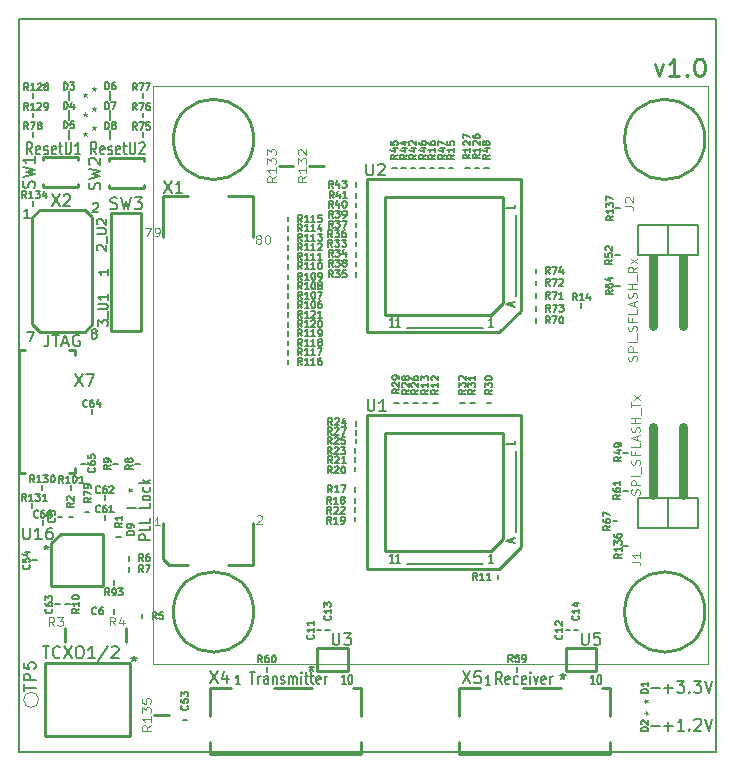
<source format=gto>
G04 (created by PCBNEW (2013-03-19 BZR 4004)-stable) date 5/31/2013 11:48:04 AM*
%MOIN*%
G04 Gerber Fmt 3.4, Leading zero omitted, Abs format*
%FSLAX34Y34*%
G01*
G70*
G90*
G04 APERTURE LIST*
%ADD10C,0.006*%
%ADD11C,0.00590551*%
%ADD12C,0.00984252*%
%ADD13C,0.00787402*%
%ADD14C,0.00393701*%
%ADD15C,0.0077*%
%ADD16C,0.0063*%
%ADD17C,0.0057*%
%ADD18C,0.0299*%
%ADD19C,0.00492126*%
%ADD20C,0.0049*%
%ADD21C,0.0048*%
G04 APERTURE END LIST*
G54D10*
G54D11*
X47698Y-44109D02*
X47305Y-44109D01*
X47305Y-43989D01*
X47323Y-43959D01*
X47342Y-43944D01*
X47380Y-43929D01*
X47436Y-43929D01*
X47473Y-43944D01*
X47492Y-43959D01*
X47511Y-43989D01*
X47511Y-44109D01*
X47698Y-43645D02*
X47698Y-43794D01*
X47305Y-43794D01*
X47698Y-43390D02*
X47698Y-43540D01*
X47305Y-43540D01*
X47698Y-42895D02*
X47698Y-43045D01*
X47305Y-43045D01*
X47698Y-42745D02*
X47679Y-42775D01*
X47661Y-42790D01*
X47623Y-42805D01*
X47511Y-42805D01*
X47473Y-42790D01*
X47455Y-42775D01*
X47436Y-42745D01*
X47436Y-42700D01*
X47455Y-42670D01*
X47473Y-42655D01*
X47511Y-42640D01*
X47623Y-42640D01*
X47661Y-42655D01*
X47679Y-42670D01*
X47698Y-42700D01*
X47698Y-42745D01*
X47679Y-42370D02*
X47698Y-42400D01*
X47698Y-42460D01*
X47679Y-42490D01*
X47661Y-42505D01*
X47623Y-42520D01*
X47511Y-42520D01*
X47473Y-42505D01*
X47455Y-42490D01*
X47436Y-42460D01*
X47436Y-42400D01*
X47455Y-42370D01*
X47698Y-42235D02*
X47305Y-42235D01*
X47548Y-42205D02*
X47698Y-42115D01*
X47436Y-42115D02*
X47586Y-42235D01*
X43759Y-31261D02*
X43654Y-31074D01*
X43579Y-31261D02*
X43579Y-30868D01*
X43699Y-30868D01*
X43729Y-30886D01*
X43744Y-30905D01*
X43759Y-30943D01*
X43759Y-30999D01*
X43744Y-31036D01*
X43729Y-31055D01*
X43699Y-31074D01*
X43579Y-31074D01*
X44014Y-31242D02*
X43984Y-31261D01*
X43924Y-31261D01*
X43894Y-31242D01*
X43879Y-31205D01*
X43879Y-31055D01*
X43894Y-31017D01*
X43924Y-30999D01*
X43984Y-30999D01*
X44014Y-31017D01*
X44029Y-31055D01*
X44029Y-31092D01*
X43879Y-31130D01*
X44149Y-31242D02*
X44179Y-31261D01*
X44239Y-31261D01*
X44269Y-31242D01*
X44284Y-31205D01*
X44284Y-31186D01*
X44269Y-31149D01*
X44239Y-31130D01*
X44194Y-31130D01*
X44164Y-31111D01*
X44149Y-31074D01*
X44149Y-31055D01*
X44164Y-31017D01*
X44194Y-30999D01*
X44239Y-30999D01*
X44269Y-31017D01*
X44539Y-31242D02*
X44509Y-31261D01*
X44449Y-31261D01*
X44419Y-31242D01*
X44404Y-31205D01*
X44404Y-31055D01*
X44419Y-31017D01*
X44449Y-30999D01*
X44509Y-30999D01*
X44539Y-31017D01*
X44554Y-31055D01*
X44554Y-31092D01*
X44404Y-31130D01*
X44644Y-30999D02*
X44764Y-30999D01*
X44689Y-30868D02*
X44689Y-31205D01*
X44704Y-31242D01*
X44734Y-31261D01*
X44764Y-31261D01*
X44869Y-30868D02*
X44869Y-31186D01*
X44884Y-31224D01*
X44899Y-31242D01*
X44929Y-31261D01*
X44989Y-31261D01*
X45019Y-31242D01*
X45034Y-31224D01*
X45049Y-31186D01*
X45049Y-30868D01*
X45364Y-31261D02*
X45184Y-31261D01*
X45274Y-31261D02*
X45274Y-30868D01*
X45244Y-30924D01*
X45214Y-30961D01*
X45184Y-30980D01*
X45901Y-31261D02*
X45796Y-31074D01*
X45721Y-31261D02*
X45721Y-30868D01*
X45841Y-30868D01*
X45871Y-30886D01*
X45886Y-30905D01*
X45901Y-30943D01*
X45901Y-30999D01*
X45886Y-31036D01*
X45871Y-31055D01*
X45841Y-31074D01*
X45721Y-31074D01*
X46156Y-31242D02*
X46126Y-31261D01*
X46066Y-31261D01*
X46036Y-31242D01*
X46021Y-31205D01*
X46021Y-31055D01*
X46036Y-31017D01*
X46066Y-30999D01*
X46126Y-30999D01*
X46156Y-31017D01*
X46171Y-31055D01*
X46171Y-31092D01*
X46021Y-31130D01*
X46291Y-31242D02*
X46321Y-31261D01*
X46381Y-31261D01*
X46411Y-31242D01*
X46426Y-31205D01*
X46426Y-31186D01*
X46411Y-31149D01*
X46381Y-31130D01*
X46336Y-31130D01*
X46306Y-31111D01*
X46291Y-31074D01*
X46291Y-31055D01*
X46306Y-31017D01*
X46336Y-30999D01*
X46381Y-30999D01*
X46411Y-31017D01*
X46681Y-31242D02*
X46651Y-31261D01*
X46591Y-31261D01*
X46561Y-31242D01*
X46546Y-31205D01*
X46546Y-31055D01*
X46561Y-31017D01*
X46591Y-30999D01*
X46651Y-30999D01*
X46681Y-31017D01*
X46696Y-31055D01*
X46696Y-31092D01*
X46546Y-31130D01*
X46786Y-30999D02*
X46906Y-30999D01*
X46831Y-30868D02*
X46831Y-31205D01*
X46846Y-31242D01*
X46876Y-31261D01*
X46906Y-31261D01*
X47011Y-30868D02*
X47011Y-31186D01*
X47026Y-31224D01*
X47041Y-31242D01*
X47071Y-31261D01*
X47131Y-31261D01*
X47161Y-31242D01*
X47176Y-31224D01*
X47191Y-31186D01*
X47191Y-30868D01*
X47326Y-30905D02*
X47341Y-30886D01*
X47371Y-30868D01*
X47446Y-30868D01*
X47476Y-30886D01*
X47491Y-30905D01*
X47506Y-30943D01*
X47506Y-30980D01*
X47491Y-31036D01*
X47311Y-31261D01*
X47506Y-31261D01*
G54D12*
X64510Y-28270D02*
X64651Y-28664D01*
X64791Y-28270D01*
X65326Y-28664D02*
X64988Y-28664D01*
X65157Y-28664D02*
X65157Y-28073D01*
X65101Y-28158D01*
X65044Y-28214D01*
X64988Y-28242D01*
X65579Y-28607D02*
X65607Y-28636D01*
X65579Y-28664D01*
X65551Y-28636D01*
X65579Y-28607D01*
X65579Y-28664D01*
X65973Y-28073D02*
X66029Y-28073D01*
X66085Y-28101D01*
X66113Y-28129D01*
X66141Y-28186D01*
X66169Y-28298D01*
X66169Y-28439D01*
X66141Y-28551D01*
X66113Y-28607D01*
X66085Y-28636D01*
X66029Y-28664D01*
X65973Y-28664D01*
X65916Y-28636D01*
X65888Y-28607D01*
X65860Y-28551D01*
X65832Y-28439D01*
X65832Y-28298D01*
X65860Y-28186D01*
X65888Y-28129D01*
X65916Y-28101D01*
X65973Y-28073D01*
G54D11*
X64803Y-50324D02*
X65103Y-50324D01*
X64953Y-50474D02*
X64953Y-50174D01*
X65496Y-50474D02*
X65271Y-50474D01*
X65384Y-50474D02*
X65384Y-50080D01*
X65346Y-50136D01*
X65309Y-50174D01*
X65271Y-50193D01*
X65665Y-50436D02*
X65684Y-50455D01*
X65665Y-50474D01*
X65646Y-50455D01*
X65665Y-50436D01*
X65665Y-50474D01*
X65834Y-50118D02*
X65853Y-50099D01*
X65890Y-50080D01*
X65984Y-50080D01*
X66021Y-50099D01*
X66040Y-50118D01*
X66059Y-50155D01*
X66059Y-50193D01*
X66040Y-50249D01*
X65815Y-50474D01*
X66059Y-50474D01*
X66171Y-50080D02*
X66302Y-50474D01*
X66434Y-50080D01*
X64803Y-49064D02*
X65103Y-49064D01*
X64953Y-49214D02*
X64953Y-48914D01*
X65253Y-48820D02*
X65496Y-48820D01*
X65365Y-48970D01*
X65421Y-48970D01*
X65459Y-48989D01*
X65478Y-49008D01*
X65496Y-49045D01*
X65496Y-49139D01*
X65478Y-49176D01*
X65459Y-49195D01*
X65421Y-49214D01*
X65309Y-49214D01*
X65271Y-49195D01*
X65253Y-49176D01*
X65665Y-49176D02*
X65684Y-49195D01*
X65665Y-49214D01*
X65646Y-49195D01*
X65665Y-49176D01*
X65665Y-49214D01*
X65815Y-48820D02*
X66059Y-48820D01*
X65928Y-48970D01*
X65984Y-48970D01*
X66021Y-48989D01*
X66040Y-49008D01*
X66059Y-49045D01*
X66059Y-49139D01*
X66040Y-49176D01*
X66021Y-49195D01*
X65984Y-49214D01*
X65871Y-49214D01*
X65834Y-49195D01*
X65815Y-49176D01*
X66171Y-48820D02*
X66302Y-49214D01*
X66434Y-48820D01*
G54D13*
X43307Y-26771D02*
X43307Y-51181D01*
G54D11*
X59412Y-48929D02*
X59307Y-48741D01*
X59232Y-48929D02*
X59232Y-48535D01*
X59352Y-48535D01*
X59382Y-48554D01*
X59397Y-48572D01*
X59412Y-48610D01*
X59412Y-48666D01*
X59397Y-48704D01*
X59382Y-48722D01*
X59352Y-48741D01*
X59232Y-48741D01*
X59667Y-48910D02*
X59637Y-48929D01*
X59577Y-48929D01*
X59547Y-48910D01*
X59532Y-48872D01*
X59532Y-48722D01*
X59547Y-48685D01*
X59577Y-48666D01*
X59637Y-48666D01*
X59667Y-48685D01*
X59682Y-48722D01*
X59682Y-48760D01*
X59532Y-48797D01*
X59952Y-48910D02*
X59922Y-48929D01*
X59862Y-48929D01*
X59832Y-48910D01*
X59817Y-48891D01*
X59802Y-48854D01*
X59802Y-48741D01*
X59817Y-48704D01*
X59832Y-48685D01*
X59862Y-48666D01*
X59922Y-48666D01*
X59952Y-48685D01*
X60207Y-48910D02*
X60177Y-48929D01*
X60117Y-48929D01*
X60087Y-48910D01*
X60072Y-48872D01*
X60072Y-48722D01*
X60087Y-48685D01*
X60117Y-48666D01*
X60177Y-48666D01*
X60207Y-48685D01*
X60222Y-48722D01*
X60222Y-48760D01*
X60072Y-48797D01*
X60357Y-48929D02*
X60357Y-48666D01*
X60357Y-48535D02*
X60342Y-48554D01*
X60357Y-48572D01*
X60372Y-48554D01*
X60357Y-48535D01*
X60357Y-48572D01*
X60477Y-48666D02*
X60552Y-48929D01*
X60627Y-48666D01*
X60867Y-48910D02*
X60837Y-48929D01*
X60777Y-48929D01*
X60747Y-48910D01*
X60732Y-48872D01*
X60732Y-48722D01*
X60747Y-48685D01*
X60777Y-48666D01*
X60837Y-48666D01*
X60867Y-48685D01*
X60882Y-48722D01*
X60882Y-48760D01*
X60732Y-48797D01*
X61017Y-48929D02*
X61017Y-48666D01*
X61017Y-48741D02*
X61032Y-48704D01*
X61047Y-48685D01*
X61077Y-48666D01*
X61107Y-48666D01*
X51005Y-48525D02*
X51185Y-48525D01*
X51095Y-48919D02*
X51095Y-48525D01*
X51290Y-48919D02*
X51290Y-48656D01*
X51290Y-48731D02*
X51305Y-48694D01*
X51320Y-48675D01*
X51350Y-48656D01*
X51380Y-48656D01*
X51620Y-48919D02*
X51620Y-48712D01*
X51605Y-48675D01*
X51575Y-48656D01*
X51515Y-48656D01*
X51485Y-48675D01*
X51620Y-48900D02*
X51590Y-48919D01*
X51515Y-48919D01*
X51485Y-48900D01*
X51470Y-48862D01*
X51470Y-48825D01*
X51485Y-48787D01*
X51515Y-48769D01*
X51590Y-48769D01*
X51620Y-48750D01*
X51770Y-48656D02*
X51770Y-48919D01*
X51770Y-48694D02*
X51785Y-48675D01*
X51815Y-48656D01*
X51860Y-48656D01*
X51890Y-48675D01*
X51905Y-48712D01*
X51905Y-48919D01*
X52040Y-48900D02*
X52070Y-48919D01*
X52130Y-48919D01*
X52160Y-48900D01*
X52175Y-48862D01*
X52175Y-48844D01*
X52160Y-48806D01*
X52130Y-48787D01*
X52085Y-48787D01*
X52055Y-48769D01*
X52040Y-48731D01*
X52040Y-48712D01*
X52055Y-48675D01*
X52085Y-48656D01*
X52130Y-48656D01*
X52160Y-48675D01*
X52310Y-48919D02*
X52310Y-48656D01*
X52310Y-48694D02*
X52325Y-48675D01*
X52355Y-48656D01*
X52400Y-48656D01*
X52430Y-48675D01*
X52445Y-48712D01*
X52445Y-48919D01*
X52445Y-48712D02*
X52460Y-48675D01*
X52490Y-48656D01*
X52535Y-48656D01*
X52565Y-48675D01*
X52580Y-48712D01*
X52580Y-48919D01*
X52730Y-48919D02*
X52730Y-48656D01*
X52730Y-48525D02*
X52715Y-48544D01*
X52730Y-48562D01*
X52745Y-48544D01*
X52730Y-48525D01*
X52730Y-48562D01*
X52835Y-48656D02*
X52955Y-48656D01*
X52880Y-48525D02*
X52880Y-48862D01*
X52895Y-48900D01*
X52925Y-48919D01*
X52955Y-48919D01*
X53015Y-48656D02*
X53135Y-48656D01*
X53060Y-48525D02*
X53060Y-48862D01*
X53075Y-48900D01*
X53105Y-48919D01*
X53135Y-48919D01*
X53360Y-48900D02*
X53330Y-48919D01*
X53270Y-48919D01*
X53240Y-48900D01*
X53225Y-48862D01*
X53225Y-48712D01*
X53240Y-48675D01*
X53270Y-48656D01*
X53330Y-48656D01*
X53360Y-48675D01*
X53375Y-48712D01*
X53375Y-48750D01*
X53225Y-48787D01*
X53510Y-48919D02*
X53510Y-48656D01*
X53510Y-48731D02*
X53525Y-48694D01*
X53540Y-48675D01*
X53570Y-48656D01*
X53600Y-48656D01*
G54D14*
X47771Y-28976D02*
X66271Y-28976D01*
X47771Y-28976D02*
X47771Y-48267D01*
X47771Y-48267D02*
X66271Y-48267D01*
X66271Y-28976D02*
X66271Y-48267D01*
G54D13*
X66535Y-26771D02*
X43307Y-26771D01*
X66535Y-51181D02*
X43307Y-51181D01*
X66535Y-51181D02*
X66535Y-26771D01*
G54D12*
X44013Y-33114D02*
X43763Y-33364D01*
X43763Y-33364D02*
X43763Y-36927D01*
X44013Y-33114D02*
X45513Y-33114D01*
X45513Y-33114D02*
X45763Y-33364D01*
X45763Y-33364D02*
X45763Y-36927D01*
X45763Y-36931D02*
X45513Y-37181D01*
X45513Y-37181D02*
X44013Y-37181D01*
X44013Y-37181D02*
X43763Y-36931D01*
X51142Y-30771D02*
G75*
G03X51142Y-30771I-1339J0D01*
G74*
G01*
X66181Y-30771D02*
G75*
G03X66181Y-30771I-1339J0D01*
G74*
G01*
X57992Y-51259D02*
X63011Y-51259D01*
X63011Y-50866D02*
X63011Y-51259D01*
X57992Y-50866D02*
X57992Y-51259D01*
X63011Y-49980D02*
X63011Y-49055D01*
X62755Y-49055D02*
X63011Y-49055D01*
X57992Y-49055D02*
X58700Y-49055D01*
X57992Y-49980D02*
X57992Y-49055D01*
X60118Y-49055D02*
X61377Y-49055D01*
X49685Y-51259D02*
X54704Y-51259D01*
X54704Y-50866D02*
X54704Y-51259D01*
X49685Y-50866D02*
X49685Y-51259D01*
X54704Y-49980D02*
X54704Y-49055D01*
X54448Y-49055D02*
X54704Y-49055D01*
X49685Y-49055D02*
X50393Y-49055D01*
X49685Y-49980D02*
X49685Y-49055D01*
X51811Y-49055D02*
X53070Y-49055D01*
X44173Y-48228D02*
X44173Y-50668D01*
X44173Y-50668D02*
X47007Y-50668D01*
X47007Y-50668D02*
X47007Y-48228D01*
X47007Y-48228D02*
X44173Y-48228D01*
G54D15*
X47440Y-29882D02*
X47440Y-30038D01*
X63345Y-35649D02*
X63189Y-35649D01*
X47440Y-29233D02*
X47440Y-29389D01*
X43779Y-30688D02*
X43779Y-30532D01*
X46978Y-44812D02*
X46978Y-44656D01*
X45009Y-46269D02*
X44853Y-46269D01*
X46988Y-45176D02*
X46988Y-45020D01*
X47185Y-41584D02*
X47341Y-41584D01*
X47440Y-30532D02*
X47440Y-30688D01*
X63189Y-34625D02*
X63345Y-34625D01*
X46457Y-41582D02*
X46613Y-41582D01*
X60551Y-36062D02*
X60551Y-35906D01*
X60551Y-36889D02*
X60551Y-36733D01*
X60551Y-36495D02*
X60551Y-36339D01*
X60551Y-35235D02*
X60551Y-35079D01*
X45127Y-43366D02*
X44971Y-43366D01*
X46480Y-45457D02*
X46480Y-45613D01*
X54527Y-41219D02*
X54527Y-41063D01*
X47433Y-46739D02*
X47433Y-46583D01*
X46565Y-44025D02*
X46721Y-44025D01*
X57282Y-39566D02*
X57126Y-39566D01*
X54566Y-32715D02*
X54566Y-32559D01*
X56378Y-31732D02*
X56534Y-31732D01*
X54566Y-32361D02*
X54566Y-32205D01*
X56063Y-31732D02*
X56219Y-31732D01*
X55748Y-31732D02*
X55904Y-31732D01*
X56693Y-31732D02*
X56849Y-31732D01*
X57323Y-31732D02*
X57479Y-31732D01*
X58975Y-31732D02*
X58819Y-31732D01*
X54566Y-33030D02*
X54566Y-32874D01*
X57794Y-31732D02*
X57638Y-31732D01*
X54527Y-43188D02*
X54527Y-43032D01*
X54527Y-41524D02*
X54527Y-41368D01*
X54527Y-41839D02*
X54527Y-41683D01*
X54527Y-43503D02*
X54527Y-43347D01*
X54527Y-42873D02*
X54527Y-42717D01*
X58188Y-39566D02*
X58032Y-39566D01*
X54537Y-40314D02*
X54537Y-40158D01*
X54537Y-40904D02*
X54537Y-40748D01*
X56457Y-39566D02*
X56613Y-39566D01*
X54537Y-40609D02*
X54537Y-40453D01*
X56142Y-39566D02*
X56298Y-39566D01*
X55827Y-39566D02*
X55983Y-39566D01*
X59066Y-39566D02*
X58910Y-39566D01*
X58503Y-39566D02*
X58347Y-39566D01*
X60551Y-35629D02*
X60551Y-35473D01*
X54566Y-34329D02*
X54566Y-34173D01*
X54566Y-34684D02*
X54566Y-34528D01*
X54566Y-35353D02*
X54566Y-35197D01*
X54566Y-34015D02*
X54566Y-33859D01*
X54566Y-33700D02*
X54566Y-33544D01*
X54566Y-34999D02*
X54566Y-34843D01*
X54566Y-33385D02*
X54566Y-33229D01*
X63107Y-43500D02*
X63263Y-43500D01*
X56928Y-39566D02*
X56772Y-39566D01*
X63465Y-41228D02*
X63621Y-41228D01*
X57164Y-31732D02*
X57008Y-31732D01*
X63621Y-42476D02*
X63465Y-42476D01*
X59921Y-48522D02*
X59921Y-48366D01*
X51574Y-48522D02*
X51574Y-48366D01*
X59271Y-45432D02*
X59271Y-45276D01*
X62066Y-36377D02*
X62066Y-36221D01*
X54527Y-42518D02*
X54527Y-42362D01*
G54D11*
X64685Y-49055D02*
X64370Y-49055D01*
X64370Y-50314D02*
X64685Y-50314D01*
G54D12*
X59330Y-37204D02*
X60039Y-36496D01*
X59330Y-37204D02*
X54921Y-37204D01*
X54921Y-37204D02*
X54921Y-32086D01*
X54921Y-32086D02*
X60039Y-32086D01*
X60039Y-32086D02*
X60039Y-36496D01*
X59055Y-36614D02*
X59448Y-36220D01*
X59055Y-36614D02*
X55511Y-36614D01*
X55511Y-36614D02*
X55511Y-32677D01*
X55511Y-32677D02*
X59448Y-32677D01*
X59448Y-32677D02*
X59448Y-36220D01*
X59330Y-45078D02*
X60039Y-44370D01*
X59330Y-45078D02*
X54921Y-45078D01*
X54921Y-45078D02*
X54921Y-39960D01*
X54921Y-39960D02*
X60039Y-39960D01*
X60039Y-39960D02*
X60039Y-44370D01*
X59055Y-44488D02*
X59448Y-44094D01*
X59055Y-44488D02*
X55511Y-44488D01*
X55511Y-44488D02*
X55511Y-40551D01*
X55511Y-40551D02*
X59448Y-40551D01*
X59448Y-40551D02*
X59448Y-44094D01*
G54D15*
X61536Y-47125D02*
X61692Y-47125D01*
X53534Y-47125D02*
X53690Y-47125D01*
X53238Y-47125D02*
X53394Y-47125D01*
X61811Y-47125D02*
X61967Y-47125D01*
X48772Y-50137D02*
X48928Y-50137D01*
X43916Y-44803D02*
X43760Y-44803D01*
X46480Y-46422D02*
X46480Y-46578D01*
X44766Y-43354D02*
X44610Y-43354D01*
G54D12*
X66181Y-46523D02*
G75*
G03X66181Y-46523I-1339J0D01*
G74*
G01*
X51142Y-46523D02*
G75*
G03X51142Y-46523I-1339J0D01*
G74*
G01*
G54D15*
X43779Y-30038D02*
X43779Y-29882D01*
X43779Y-29389D02*
X43779Y-29233D01*
X52283Y-36221D02*
X52283Y-36377D01*
X58345Y-31732D02*
X58189Y-31732D01*
X52283Y-33662D02*
X52283Y-33818D01*
X52283Y-35906D02*
X52283Y-36062D01*
X52283Y-35591D02*
X52283Y-35747D01*
X52283Y-35276D02*
X52283Y-35432D01*
X52283Y-34922D02*
X52283Y-35078D01*
X52283Y-34607D02*
X52283Y-34763D01*
X52283Y-34292D02*
X52283Y-34448D01*
X52283Y-33977D02*
X52283Y-34133D01*
X58660Y-31732D02*
X58504Y-31732D01*
X52283Y-33347D02*
X52283Y-33503D01*
X52283Y-38266D02*
X52283Y-38110D01*
X52283Y-37952D02*
X52283Y-37796D01*
X52283Y-37637D02*
X52283Y-37481D01*
X52283Y-37322D02*
X52283Y-37166D01*
X52283Y-37007D02*
X52283Y-36851D01*
X52283Y-36692D02*
X52283Y-36536D01*
G54D12*
X48307Y-44965D02*
X48110Y-44768D01*
X48110Y-44767D02*
X48110Y-43566D01*
X48307Y-44965D02*
X48937Y-44965D01*
X50275Y-44965D02*
X51102Y-44965D01*
X51102Y-44965D02*
X51102Y-43566D01*
X48937Y-32642D02*
X48110Y-32642D01*
X48110Y-32642D02*
X48110Y-34039D01*
X50275Y-32642D02*
X51102Y-32642D01*
X51102Y-32642D02*
X51102Y-34039D01*
G54D15*
X45512Y-43179D02*
X45668Y-43179D01*
X45059Y-42440D02*
X45059Y-42284D01*
X44094Y-42440D02*
X44094Y-42284D01*
X43740Y-42894D02*
X43740Y-43050D01*
X43783Y-32827D02*
X43783Y-32983D01*
G54D11*
X46909Y-43041D02*
X47224Y-43041D01*
G54D15*
X45748Y-39920D02*
X45748Y-39764D01*
X44684Y-46259D02*
X44528Y-46259D01*
X46171Y-42794D02*
X46171Y-42638D01*
X46171Y-43444D02*
X46171Y-43288D01*
X45540Y-41574D02*
X45384Y-41574D01*
X44104Y-43455D02*
X44104Y-43611D01*
G54D12*
X53474Y-31643D02*
X53001Y-31643D01*
X52450Y-31643D02*
X51978Y-31643D01*
X46874Y-47051D02*
X46874Y-47523D01*
X44842Y-47523D02*
X44842Y-47051D01*
X44389Y-44232D02*
X44704Y-43917D01*
X44389Y-45649D02*
X46122Y-45649D01*
X44389Y-44232D02*
X44389Y-45649D01*
X46122Y-43917D02*
X46122Y-45649D01*
X44704Y-43917D02*
X46122Y-43917D01*
G54D14*
X43972Y-49448D02*
G75*
G03X43972Y-49448I-252J0D01*
G74*
G01*
G54D12*
X54271Y-47716D02*
X54271Y-48503D01*
X53248Y-47716D02*
X54271Y-47716D01*
X53248Y-48503D02*
X53248Y-47716D01*
X54271Y-48503D02*
X53248Y-48503D01*
X62559Y-47716D02*
X62559Y-48503D01*
X61535Y-47716D02*
X62559Y-47716D01*
X61535Y-48503D02*
X61535Y-47716D01*
X62559Y-48503D02*
X61535Y-48503D01*
X45295Y-32330D02*
X45295Y-32251D01*
X45295Y-31385D02*
X45295Y-31464D01*
X44114Y-31385D02*
X44114Y-31464D01*
X44114Y-32330D02*
X44114Y-32251D01*
X45295Y-31366D02*
X44114Y-31366D01*
X45295Y-32350D02*
X44114Y-32350D01*
X46307Y-31409D02*
X46307Y-31488D01*
X46307Y-32354D02*
X46307Y-32275D01*
X47488Y-32354D02*
X47488Y-32275D01*
X47488Y-31409D02*
X47488Y-31488D01*
X46307Y-32374D02*
X47488Y-32374D01*
X46307Y-31389D02*
X47488Y-31389D01*
G54D11*
X44980Y-29153D02*
X44980Y-29468D01*
X44980Y-29803D02*
X44980Y-30118D01*
X44980Y-30452D02*
X44980Y-30767D01*
X46358Y-29468D02*
X46358Y-29153D01*
X46358Y-30118D02*
X46358Y-29803D01*
X46358Y-30767D02*
X46358Y-30452D01*
G54D12*
X47007Y-50668D02*
X47007Y-48228D01*
X47007Y-48228D02*
X44173Y-48228D01*
X44173Y-48228D02*
X44173Y-50668D01*
X44173Y-50668D02*
X47007Y-50668D01*
X45177Y-41732D02*
X45177Y-41889D01*
X45177Y-41889D02*
X44980Y-41889D01*
X44980Y-37795D02*
X45177Y-37795D01*
X45177Y-37795D02*
X45177Y-37952D01*
X43523Y-37795D02*
X43326Y-37795D01*
X43326Y-37795D02*
X43326Y-41889D01*
X43326Y-41889D02*
X43523Y-41889D01*
X46377Y-37165D02*
X46377Y-33228D01*
X46377Y-33228D02*
X47401Y-33228D01*
X47401Y-33228D02*
X47401Y-37165D01*
X47401Y-37165D02*
X46377Y-37165D01*
X47834Y-49940D02*
X48307Y-49940D01*
G54D16*
X65578Y-42608D02*
X65578Y-42729D01*
G54D17*
X65339Y-42588D02*
X65339Y-42729D01*
X64581Y-42588D02*
X64581Y-42729D01*
G54D16*
X64342Y-42608D02*
X64342Y-42729D01*
G54D18*
X64460Y-42610D02*
X64460Y-40358D01*
X65460Y-42609D02*
X65460Y-40358D01*
G54D10*
X64960Y-42738D02*
X64960Y-43738D01*
X63960Y-43738D02*
X65960Y-43738D01*
X65960Y-43738D02*
X65960Y-42738D01*
X65960Y-42738D02*
X63960Y-42738D01*
X63960Y-42738D02*
X63960Y-43738D01*
G54D16*
X64342Y-34754D02*
X64342Y-34633D01*
G54D17*
X64581Y-34774D02*
X64581Y-34633D01*
X65339Y-34774D02*
X65339Y-34633D01*
G54D16*
X65578Y-34754D02*
X65578Y-34633D01*
G54D18*
X65460Y-34752D02*
X65460Y-37004D01*
X64460Y-34753D02*
X64460Y-37004D01*
G54D10*
X64960Y-34624D02*
X64960Y-33624D01*
X65960Y-33624D02*
X63960Y-33624D01*
X63960Y-33624D02*
X63960Y-34624D01*
X63960Y-34624D02*
X65960Y-34624D01*
X65960Y-34624D02*
X65960Y-33624D01*
G54D15*
X63465Y-44318D02*
X63621Y-44318D01*
X63345Y-33061D02*
X63189Y-33061D01*
G54D11*
X44409Y-32604D02*
X44672Y-32997D01*
X44672Y-32604D02*
X44409Y-32997D01*
X44803Y-32641D02*
X44822Y-32622D01*
X44859Y-32604D01*
X44953Y-32604D01*
X44990Y-32622D01*
X45009Y-32641D01*
X45028Y-32679D01*
X45028Y-32716D01*
X45009Y-32772D01*
X44784Y-32997D01*
X45028Y-32997D01*
X45796Y-37230D02*
X45766Y-37215D01*
X45751Y-37200D01*
X45736Y-37170D01*
X45736Y-37155D01*
X45751Y-37125D01*
X45766Y-37110D01*
X45796Y-37095D01*
X45856Y-37095D01*
X45886Y-37110D01*
X45901Y-37125D01*
X45916Y-37155D01*
X45916Y-37170D01*
X45901Y-37200D01*
X45886Y-37215D01*
X45856Y-37230D01*
X45796Y-37230D01*
X45766Y-37245D01*
X45751Y-37260D01*
X45736Y-37290D01*
X45736Y-37350D01*
X45751Y-37380D01*
X45766Y-37395D01*
X45796Y-37410D01*
X45856Y-37410D01*
X45886Y-37395D01*
X45901Y-37380D01*
X45916Y-37350D01*
X45916Y-37290D01*
X45901Y-37260D01*
X45886Y-37245D01*
X45856Y-37230D01*
X43595Y-37174D02*
X43805Y-37174D01*
X43670Y-37489D01*
X45776Y-32913D02*
X45791Y-32898D01*
X45821Y-32883D01*
X45896Y-32883D01*
X45926Y-32898D01*
X45941Y-32913D01*
X45956Y-32943D01*
X45956Y-32973D01*
X45941Y-33018D01*
X45761Y-33198D01*
X45956Y-33198D01*
X43672Y-33395D02*
X43492Y-33395D01*
X43582Y-33395D02*
X43582Y-33080D01*
X43552Y-33125D01*
X43522Y-33155D01*
X43492Y-33170D01*
X44300Y-37273D02*
X44300Y-37554D01*
X44281Y-37610D01*
X44244Y-37648D01*
X44188Y-37667D01*
X44150Y-37667D01*
X44431Y-37273D02*
X44656Y-37273D01*
X44544Y-37667D02*
X44544Y-37273D01*
X44769Y-37554D02*
X44956Y-37554D01*
X44731Y-37667D02*
X44862Y-37273D01*
X44994Y-37667D01*
X45331Y-37292D02*
X45294Y-37273D01*
X45237Y-37273D01*
X45181Y-37292D01*
X45144Y-37329D01*
X45125Y-37367D01*
X45106Y-37442D01*
X45106Y-37498D01*
X45125Y-37573D01*
X45144Y-37610D01*
X45181Y-37648D01*
X45237Y-37667D01*
X45275Y-37667D01*
X45331Y-37648D01*
X45350Y-37629D01*
X45350Y-37498D01*
X45275Y-37498D01*
X58106Y-48505D02*
X58368Y-48899D01*
X58368Y-48505D02*
X58106Y-48899D01*
X58706Y-48505D02*
X58518Y-48505D01*
X58500Y-48693D01*
X58518Y-48674D01*
X58556Y-48655D01*
X58650Y-48655D01*
X58687Y-48674D01*
X58706Y-48693D01*
X58725Y-48730D01*
X58725Y-48824D01*
X58706Y-48862D01*
X58687Y-48880D01*
X58650Y-48899D01*
X58556Y-48899D01*
X58518Y-48880D01*
X58500Y-48862D01*
X62506Y-48938D02*
X62371Y-48938D01*
X62438Y-48938D02*
X62438Y-48623D01*
X62416Y-48668D01*
X62393Y-48698D01*
X62371Y-48713D01*
X62652Y-48623D02*
X62674Y-48623D01*
X62697Y-48638D01*
X62708Y-48653D01*
X62719Y-48683D01*
X62731Y-48743D01*
X62731Y-48818D01*
X62719Y-48878D01*
X62708Y-48908D01*
X62697Y-48923D01*
X62674Y-48938D01*
X62652Y-48938D01*
X62629Y-48923D01*
X62618Y-48908D01*
X62607Y-48878D01*
X62596Y-48818D01*
X62596Y-48743D01*
X62607Y-48683D01*
X62618Y-48653D01*
X62629Y-48638D01*
X62652Y-48623D01*
X59004Y-48946D02*
X58869Y-48946D01*
X58937Y-48946D02*
X58937Y-48631D01*
X58914Y-48676D01*
X58892Y-48706D01*
X58869Y-48721D01*
X49681Y-48505D02*
X49943Y-48899D01*
X49943Y-48505D02*
X49681Y-48899D01*
X50262Y-48637D02*
X50262Y-48899D01*
X50168Y-48487D02*
X50074Y-48768D01*
X50318Y-48768D01*
X54206Y-48922D02*
X54071Y-48922D01*
X54139Y-48922D02*
X54139Y-48607D01*
X54116Y-48652D01*
X54094Y-48682D01*
X54071Y-48697D01*
X54353Y-48607D02*
X54375Y-48607D01*
X54398Y-48622D01*
X54409Y-48637D01*
X54420Y-48667D01*
X54431Y-48727D01*
X54431Y-48802D01*
X54420Y-48862D01*
X54409Y-48892D01*
X54398Y-48907D01*
X54375Y-48922D01*
X54353Y-48922D01*
X54330Y-48907D01*
X54319Y-48892D01*
X54308Y-48862D01*
X54296Y-48802D01*
X54296Y-48727D01*
X54308Y-48667D01*
X54319Y-48637D01*
X54330Y-48622D01*
X54353Y-48607D01*
X50677Y-48938D02*
X50542Y-48938D01*
X50610Y-48938D02*
X50610Y-48623D01*
X50587Y-48668D01*
X50565Y-48698D01*
X50542Y-48713D01*
X44105Y-47667D02*
X44330Y-47667D01*
X44218Y-48060D02*
X44218Y-47667D01*
X44686Y-48023D02*
X44667Y-48042D01*
X44611Y-48060D01*
X44574Y-48060D01*
X44517Y-48042D01*
X44480Y-48004D01*
X44461Y-47967D01*
X44443Y-47892D01*
X44443Y-47835D01*
X44461Y-47760D01*
X44480Y-47723D01*
X44517Y-47685D01*
X44574Y-47667D01*
X44611Y-47667D01*
X44667Y-47685D01*
X44686Y-47704D01*
X44817Y-47667D02*
X45080Y-48060D01*
X45080Y-47667D02*
X44817Y-48060D01*
X45305Y-47667D02*
X45380Y-47667D01*
X45417Y-47685D01*
X45455Y-47723D01*
X45474Y-47798D01*
X45474Y-47929D01*
X45455Y-48004D01*
X45417Y-48042D01*
X45380Y-48060D01*
X45305Y-48060D01*
X45267Y-48042D01*
X45230Y-48004D01*
X45211Y-47929D01*
X45211Y-47798D01*
X45230Y-47723D01*
X45267Y-47685D01*
X45305Y-47667D01*
X45849Y-48060D02*
X45624Y-48060D01*
X45736Y-48060D02*
X45736Y-47667D01*
X45699Y-47723D01*
X45661Y-47760D01*
X45624Y-47779D01*
X46299Y-47648D02*
X45961Y-48154D01*
X46411Y-47704D02*
X46430Y-47685D01*
X46467Y-47667D01*
X46561Y-47667D01*
X46598Y-47685D01*
X46617Y-47704D01*
X46636Y-47742D01*
X46636Y-47779D01*
X46617Y-47835D01*
X46392Y-48060D01*
X46636Y-48060D01*
X47153Y-47994D02*
X47153Y-48087D01*
X47059Y-48050D02*
X47153Y-48087D01*
X47247Y-48050D01*
X47097Y-48162D02*
X47153Y-48087D01*
X47209Y-48162D01*
X47241Y-29792D02*
X47163Y-29679D01*
X47106Y-29792D02*
X47106Y-29556D01*
X47196Y-29556D01*
X47219Y-29567D01*
X47230Y-29578D01*
X47241Y-29601D01*
X47241Y-29634D01*
X47230Y-29657D01*
X47219Y-29668D01*
X47196Y-29679D01*
X47106Y-29679D01*
X47320Y-29556D02*
X47478Y-29556D01*
X47376Y-29792D01*
X47669Y-29556D02*
X47624Y-29556D01*
X47601Y-29567D01*
X47590Y-29578D01*
X47568Y-29612D01*
X47556Y-29657D01*
X47556Y-29747D01*
X47568Y-29769D01*
X47579Y-29781D01*
X47601Y-29792D01*
X47646Y-29792D01*
X47669Y-29781D01*
X47680Y-29769D01*
X47691Y-29747D01*
X47691Y-29691D01*
X47680Y-29668D01*
X47669Y-29657D01*
X47646Y-29646D01*
X47601Y-29646D01*
X47579Y-29657D01*
X47568Y-29668D01*
X47556Y-29691D01*
X63107Y-35801D02*
X62994Y-35880D01*
X63107Y-35936D02*
X62871Y-35936D01*
X62871Y-35846D01*
X62882Y-35823D01*
X62893Y-35812D01*
X62916Y-35801D01*
X62949Y-35801D01*
X62972Y-35812D01*
X62983Y-35823D01*
X62994Y-35846D01*
X62994Y-35936D01*
X62871Y-35598D02*
X62871Y-35643D01*
X62882Y-35666D01*
X62893Y-35677D01*
X62927Y-35700D01*
X62972Y-35711D01*
X63062Y-35711D01*
X63084Y-35700D01*
X63096Y-35688D01*
X63107Y-35666D01*
X63107Y-35621D01*
X63096Y-35598D01*
X63084Y-35587D01*
X63062Y-35576D01*
X63006Y-35576D01*
X62983Y-35587D01*
X62972Y-35598D01*
X62961Y-35621D01*
X62961Y-35666D01*
X62972Y-35688D01*
X62983Y-35700D01*
X63006Y-35711D01*
X62949Y-35374D02*
X63107Y-35374D01*
X62859Y-35430D02*
X63028Y-35486D01*
X63028Y-35340D01*
X47237Y-29138D02*
X47159Y-29026D01*
X47102Y-29138D02*
X47102Y-28902D01*
X47192Y-28902D01*
X47215Y-28913D01*
X47226Y-28925D01*
X47237Y-28947D01*
X47237Y-28981D01*
X47226Y-29003D01*
X47215Y-29015D01*
X47192Y-29026D01*
X47102Y-29026D01*
X47316Y-28902D02*
X47474Y-28902D01*
X47372Y-29138D01*
X47541Y-28902D02*
X47699Y-28902D01*
X47597Y-29138D01*
X43623Y-30438D02*
X43544Y-30325D01*
X43488Y-30438D02*
X43488Y-30201D01*
X43578Y-30201D01*
X43601Y-30213D01*
X43612Y-30224D01*
X43623Y-30246D01*
X43623Y-30280D01*
X43612Y-30303D01*
X43601Y-30314D01*
X43578Y-30325D01*
X43488Y-30325D01*
X43702Y-30201D02*
X43859Y-30201D01*
X43758Y-30438D01*
X43983Y-30303D02*
X43961Y-30291D01*
X43949Y-30280D01*
X43938Y-30258D01*
X43938Y-30246D01*
X43949Y-30224D01*
X43961Y-30213D01*
X43983Y-30201D01*
X44028Y-30201D01*
X44051Y-30213D01*
X44062Y-30224D01*
X44073Y-30246D01*
X44073Y-30258D01*
X44062Y-30280D01*
X44051Y-30291D01*
X44028Y-30303D01*
X43983Y-30303D01*
X43961Y-30314D01*
X43949Y-30325D01*
X43938Y-30348D01*
X43938Y-30393D01*
X43949Y-30415D01*
X43961Y-30426D01*
X43983Y-30438D01*
X44028Y-30438D01*
X44051Y-30426D01*
X44062Y-30415D01*
X44073Y-30393D01*
X44073Y-30348D01*
X44062Y-30325D01*
X44051Y-30314D01*
X44028Y-30303D01*
X47450Y-44829D02*
X47372Y-44717D01*
X47315Y-44829D02*
X47315Y-44593D01*
X47405Y-44593D01*
X47428Y-44604D01*
X47439Y-44616D01*
X47450Y-44638D01*
X47450Y-44672D01*
X47439Y-44694D01*
X47428Y-44706D01*
X47405Y-44717D01*
X47315Y-44717D01*
X47653Y-44593D02*
X47608Y-44593D01*
X47585Y-44604D01*
X47574Y-44616D01*
X47552Y-44649D01*
X47540Y-44694D01*
X47540Y-44784D01*
X47552Y-44807D01*
X47563Y-44818D01*
X47585Y-44829D01*
X47630Y-44829D01*
X47653Y-44818D01*
X47664Y-44807D01*
X47675Y-44784D01*
X47675Y-44728D01*
X47664Y-44706D01*
X47653Y-44694D01*
X47630Y-44683D01*
X47585Y-44683D01*
X47563Y-44694D01*
X47552Y-44706D01*
X47540Y-44728D01*
X45320Y-46407D02*
X45207Y-46486D01*
X45320Y-46542D02*
X45083Y-46542D01*
X45083Y-46452D01*
X45095Y-46430D01*
X45106Y-46419D01*
X45128Y-46407D01*
X45162Y-46407D01*
X45185Y-46419D01*
X45196Y-46430D01*
X45207Y-46452D01*
X45207Y-46542D01*
X45320Y-46182D02*
X45320Y-46317D01*
X45320Y-46250D02*
X45083Y-46250D01*
X45117Y-46272D01*
X45140Y-46295D01*
X45151Y-46317D01*
X45083Y-46036D02*
X45083Y-46014D01*
X45095Y-45991D01*
X45106Y-45980D01*
X45128Y-45969D01*
X45173Y-45957D01*
X45230Y-45957D01*
X45275Y-45969D01*
X45297Y-45980D01*
X45308Y-45991D01*
X45320Y-46014D01*
X45320Y-46036D01*
X45308Y-46059D01*
X45297Y-46070D01*
X45275Y-46081D01*
X45230Y-46092D01*
X45173Y-46092D01*
X45128Y-46081D01*
X45106Y-46070D01*
X45095Y-46059D01*
X45083Y-46036D01*
X47460Y-45194D02*
X47381Y-45081D01*
X47325Y-45194D02*
X47325Y-44957D01*
X47415Y-44957D01*
X47438Y-44969D01*
X47449Y-44980D01*
X47460Y-45002D01*
X47460Y-45036D01*
X47449Y-45059D01*
X47438Y-45070D01*
X47415Y-45081D01*
X47325Y-45081D01*
X47539Y-44957D02*
X47696Y-44957D01*
X47595Y-45194D01*
X47103Y-41624D02*
X46991Y-41702D01*
X47103Y-41758D02*
X46867Y-41758D01*
X46867Y-41669D01*
X46878Y-41646D01*
X46889Y-41635D01*
X46912Y-41624D01*
X46946Y-41624D01*
X46968Y-41635D01*
X46979Y-41646D01*
X46991Y-41669D01*
X46991Y-41758D01*
X46968Y-41489D02*
X46957Y-41511D01*
X46946Y-41522D01*
X46923Y-41534D01*
X46912Y-41534D01*
X46889Y-41522D01*
X46878Y-41511D01*
X46867Y-41489D01*
X46867Y-41444D01*
X46878Y-41421D01*
X46889Y-41410D01*
X46912Y-41399D01*
X46923Y-41399D01*
X46946Y-41410D01*
X46957Y-41421D01*
X46968Y-41444D01*
X46968Y-41489D01*
X46979Y-41511D01*
X46991Y-41522D01*
X47013Y-41534D01*
X47058Y-41534D01*
X47080Y-41522D01*
X47092Y-41511D01*
X47103Y-41489D01*
X47103Y-41444D01*
X47092Y-41421D01*
X47080Y-41410D01*
X47058Y-41399D01*
X47013Y-41399D01*
X46991Y-41410D01*
X46979Y-41421D01*
X46968Y-41444D01*
X47237Y-30442D02*
X47159Y-30329D01*
X47102Y-30442D02*
X47102Y-30205D01*
X47192Y-30205D01*
X47215Y-30217D01*
X47226Y-30228D01*
X47237Y-30250D01*
X47237Y-30284D01*
X47226Y-30307D01*
X47215Y-30318D01*
X47192Y-30329D01*
X47102Y-30329D01*
X47316Y-30205D02*
X47474Y-30205D01*
X47372Y-30442D01*
X47676Y-30205D02*
X47564Y-30205D01*
X47552Y-30318D01*
X47564Y-30307D01*
X47586Y-30295D01*
X47642Y-30295D01*
X47665Y-30307D01*
X47676Y-30318D01*
X47687Y-30340D01*
X47687Y-30397D01*
X47676Y-30419D01*
X47665Y-30430D01*
X47642Y-30442D01*
X47586Y-30442D01*
X47564Y-30430D01*
X47552Y-30419D01*
X63097Y-34777D02*
X62985Y-34856D01*
X63097Y-34912D02*
X62861Y-34912D01*
X62861Y-34822D01*
X62872Y-34800D01*
X62883Y-34789D01*
X62906Y-34777D01*
X62940Y-34777D01*
X62962Y-34789D01*
X62973Y-34800D01*
X62985Y-34822D01*
X62985Y-34912D01*
X62861Y-34564D02*
X62861Y-34676D01*
X62973Y-34687D01*
X62962Y-34676D01*
X62951Y-34654D01*
X62951Y-34597D01*
X62962Y-34575D01*
X62973Y-34564D01*
X62996Y-34552D01*
X63052Y-34552D01*
X63075Y-34564D01*
X63086Y-34575D01*
X63097Y-34597D01*
X63097Y-34654D01*
X63086Y-34676D01*
X63075Y-34687D01*
X62883Y-34462D02*
X62872Y-34451D01*
X62861Y-34429D01*
X62861Y-34372D01*
X62872Y-34350D01*
X62883Y-34339D01*
X62906Y-34327D01*
X62928Y-34327D01*
X62962Y-34339D01*
X63097Y-34474D01*
X63097Y-34327D01*
X46375Y-41622D02*
X46262Y-41700D01*
X46375Y-41757D02*
X46138Y-41757D01*
X46138Y-41667D01*
X46150Y-41644D01*
X46161Y-41633D01*
X46183Y-41622D01*
X46217Y-41622D01*
X46240Y-41633D01*
X46251Y-41644D01*
X46262Y-41667D01*
X46262Y-41757D01*
X46375Y-41509D02*
X46375Y-41464D01*
X46363Y-41442D01*
X46352Y-41430D01*
X46318Y-41408D01*
X46273Y-41397D01*
X46183Y-41397D01*
X46161Y-41408D01*
X46150Y-41419D01*
X46138Y-41442D01*
X46138Y-41487D01*
X46150Y-41509D01*
X46161Y-41520D01*
X46183Y-41532D01*
X46240Y-41532D01*
X46262Y-41520D01*
X46273Y-41509D01*
X46285Y-41487D01*
X46285Y-41442D01*
X46273Y-41419D01*
X46262Y-41408D01*
X46240Y-41397D01*
X61009Y-36079D02*
X60930Y-35967D01*
X60874Y-36079D02*
X60874Y-35843D01*
X60964Y-35843D01*
X60987Y-35854D01*
X60998Y-35866D01*
X61009Y-35888D01*
X61009Y-35922D01*
X60998Y-35944D01*
X60987Y-35956D01*
X60964Y-35967D01*
X60874Y-35967D01*
X61088Y-35843D02*
X61245Y-35843D01*
X61144Y-36079D01*
X61459Y-36079D02*
X61324Y-36079D01*
X61392Y-36079D02*
X61392Y-35843D01*
X61369Y-35877D01*
X61347Y-35899D01*
X61324Y-35911D01*
X61009Y-36906D02*
X60930Y-36794D01*
X60874Y-36906D02*
X60874Y-36670D01*
X60964Y-36670D01*
X60987Y-36681D01*
X60998Y-36692D01*
X61009Y-36715D01*
X61009Y-36749D01*
X60998Y-36771D01*
X60987Y-36782D01*
X60964Y-36794D01*
X60874Y-36794D01*
X61088Y-36670D02*
X61245Y-36670D01*
X61144Y-36906D01*
X61380Y-36670D02*
X61403Y-36670D01*
X61425Y-36681D01*
X61437Y-36692D01*
X61448Y-36715D01*
X61459Y-36760D01*
X61459Y-36816D01*
X61448Y-36861D01*
X61437Y-36884D01*
X61425Y-36895D01*
X61403Y-36906D01*
X61380Y-36906D01*
X61358Y-36895D01*
X61347Y-36884D01*
X61335Y-36861D01*
X61324Y-36816D01*
X61324Y-36760D01*
X61335Y-36715D01*
X61347Y-36692D01*
X61358Y-36681D01*
X61380Y-36670D01*
X61029Y-36512D02*
X60950Y-36400D01*
X60894Y-36512D02*
X60894Y-36276D01*
X60984Y-36276D01*
X61006Y-36287D01*
X61017Y-36299D01*
X61029Y-36321D01*
X61029Y-36355D01*
X61017Y-36377D01*
X61006Y-36389D01*
X60984Y-36400D01*
X60894Y-36400D01*
X61107Y-36276D02*
X61265Y-36276D01*
X61164Y-36512D01*
X61332Y-36276D02*
X61479Y-36276D01*
X61400Y-36366D01*
X61434Y-36366D01*
X61456Y-36377D01*
X61467Y-36389D01*
X61479Y-36411D01*
X61479Y-36467D01*
X61467Y-36490D01*
X61456Y-36501D01*
X61434Y-36512D01*
X61366Y-36512D01*
X61344Y-36501D01*
X61332Y-36490D01*
X61009Y-35253D02*
X60930Y-35140D01*
X60874Y-35253D02*
X60874Y-35016D01*
X60964Y-35016D01*
X60987Y-35028D01*
X60998Y-35039D01*
X61009Y-35061D01*
X61009Y-35095D01*
X60998Y-35118D01*
X60987Y-35129D01*
X60964Y-35140D01*
X60874Y-35140D01*
X61088Y-35016D02*
X61245Y-35016D01*
X61144Y-35253D01*
X61437Y-35095D02*
X61437Y-35253D01*
X61380Y-35005D02*
X61324Y-35174D01*
X61470Y-35174D01*
X45144Y-42893D02*
X45032Y-42972D01*
X45144Y-43028D02*
X44908Y-43028D01*
X44908Y-42938D01*
X44919Y-42916D01*
X44931Y-42904D01*
X44953Y-42893D01*
X44987Y-42893D01*
X45009Y-42904D01*
X45021Y-42916D01*
X45032Y-42938D01*
X45032Y-43028D01*
X44931Y-42803D02*
X44919Y-42792D01*
X44908Y-42769D01*
X44908Y-42713D01*
X44919Y-42691D01*
X44931Y-42679D01*
X44953Y-42668D01*
X44976Y-42668D01*
X45009Y-42679D01*
X45144Y-42814D01*
X45144Y-42668D01*
X46328Y-45965D02*
X46249Y-45853D01*
X46193Y-45965D02*
X46193Y-45729D01*
X46283Y-45729D01*
X46305Y-45740D01*
X46317Y-45751D01*
X46328Y-45774D01*
X46328Y-45808D01*
X46317Y-45830D01*
X46305Y-45841D01*
X46283Y-45853D01*
X46193Y-45853D01*
X46440Y-45965D02*
X46485Y-45965D01*
X46508Y-45954D01*
X46519Y-45943D01*
X46542Y-45909D01*
X46553Y-45864D01*
X46553Y-45774D01*
X46542Y-45751D01*
X46530Y-45740D01*
X46508Y-45729D01*
X46463Y-45729D01*
X46440Y-45740D01*
X46429Y-45751D01*
X46418Y-45774D01*
X46418Y-45830D01*
X46429Y-45853D01*
X46440Y-45864D01*
X46463Y-45875D01*
X46508Y-45875D01*
X46530Y-45864D01*
X46542Y-45853D01*
X46553Y-45830D01*
X46632Y-45729D02*
X46778Y-45729D01*
X46699Y-45819D01*
X46733Y-45819D01*
X46755Y-45830D01*
X46767Y-45841D01*
X46778Y-45864D01*
X46778Y-45920D01*
X46767Y-45943D01*
X46755Y-45954D01*
X46733Y-45965D01*
X46665Y-45965D01*
X46643Y-45954D01*
X46632Y-45943D01*
X53745Y-41257D02*
X53667Y-41144D01*
X53610Y-41257D02*
X53610Y-41020D01*
X53700Y-41020D01*
X53723Y-41032D01*
X53734Y-41043D01*
X53745Y-41065D01*
X53745Y-41099D01*
X53734Y-41122D01*
X53723Y-41133D01*
X53700Y-41144D01*
X53610Y-41144D01*
X53835Y-41043D02*
X53847Y-41032D01*
X53869Y-41020D01*
X53925Y-41020D01*
X53948Y-41032D01*
X53959Y-41043D01*
X53970Y-41065D01*
X53970Y-41088D01*
X53959Y-41122D01*
X53824Y-41257D01*
X53970Y-41257D01*
X54049Y-41020D02*
X54195Y-41020D01*
X54116Y-41110D01*
X54150Y-41110D01*
X54173Y-41122D01*
X54184Y-41133D01*
X54195Y-41155D01*
X54195Y-41212D01*
X54184Y-41234D01*
X54173Y-41245D01*
X54150Y-41257D01*
X54083Y-41257D01*
X54060Y-41245D01*
X54049Y-41234D01*
X47905Y-46757D02*
X47826Y-46644D01*
X47770Y-46757D02*
X47770Y-46520D01*
X47860Y-46520D01*
X47883Y-46532D01*
X47894Y-46543D01*
X47905Y-46565D01*
X47905Y-46599D01*
X47894Y-46622D01*
X47883Y-46633D01*
X47860Y-46644D01*
X47770Y-46644D01*
X48119Y-46520D02*
X48006Y-46520D01*
X47995Y-46633D01*
X48006Y-46622D01*
X48029Y-46610D01*
X48085Y-46610D01*
X48107Y-46622D01*
X48119Y-46633D01*
X48130Y-46655D01*
X48130Y-46712D01*
X48119Y-46734D01*
X48107Y-46745D01*
X48085Y-46757D01*
X48029Y-46757D01*
X48006Y-46745D01*
X47995Y-46734D01*
X46749Y-43543D02*
X46636Y-43622D01*
X46749Y-43678D02*
X46512Y-43678D01*
X46512Y-43588D01*
X46524Y-43565D01*
X46535Y-43554D01*
X46557Y-43543D01*
X46591Y-43543D01*
X46614Y-43554D01*
X46625Y-43565D01*
X46636Y-43588D01*
X46636Y-43678D01*
X46749Y-43318D02*
X46749Y-43453D01*
X46749Y-43385D02*
X46512Y-43385D01*
X46546Y-43408D01*
X46569Y-43430D01*
X46580Y-43453D01*
X57300Y-39108D02*
X57187Y-39187D01*
X57300Y-39243D02*
X57064Y-39243D01*
X57064Y-39153D01*
X57075Y-39131D01*
X57086Y-39119D01*
X57109Y-39108D01*
X57142Y-39108D01*
X57165Y-39119D01*
X57176Y-39131D01*
X57187Y-39153D01*
X57187Y-39243D01*
X57300Y-38883D02*
X57300Y-39018D01*
X57300Y-38951D02*
X57064Y-38951D01*
X57097Y-38973D01*
X57120Y-38996D01*
X57131Y-39018D01*
X57086Y-38793D02*
X57075Y-38782D01*
X57064Y-38759D01*
X57064Y-38703D01*
X57075Y-38681D01*
X57086Y-38669D01*
X57109Y-38658D01*
X57131Y-38658D01*
X57165Y-38669D01*
X57300Y-38804D01*
X57300Y-38658D01*
X53804Y-32733D02*
X53726Y-32620D01*
X53669Y-32733D02*
X53669Y-32497D01*
X53759Y-32497D01*
X53782Y-32508D01*
X53793Y-32519D01*
X53804Y-32542D01*
X53804Y-32575D01*
X53793Y-32598D01*
X53782Y-32609D01*
X53759Y-32620D01*
X53669Y-32620D01*
X54007Y-32575D02*
X54007Y-32733D01*
X53951Y-32485D02*
X53894Y-32654D01*
X54041Y-32654D01*
X54254Y-32733D02*
X54119Y-32733D01*
X54187Y-32733D02*
X54187Y-32497D01*
X54164Y-32530D01*
X54142Y-32553D01*
X54119Y-32564D01*
X56552Y-31273D02*
X56439Y-31352D01*
X56552Y-31408D02*
X56316Y-31408D01*
X56316Y-31318D01*
X56327Y-31296D01*
X56338Y-31285D01*
X56361Y-31273D01*
X56394Y-31273D01*
X56417Y-31285D01*
X56428Y-31296D01*
X56439Y-31318D01*
X56439Y-31408D01*
X56394Y-31071D02*
X56552Y-31071D01*
X56304Y-31127D02*
X56473Y-31183D01*
X56473Y-31037D01*
X56338Y-30958D02*
X56327Y-30947D01*
X56316Y-30925D01*
X56316Y-30868D01*
X56327Y-30846D01*
X56338Y-30835D01*
X56361Y-30823D01*
X56383Y-30823D01*
X56417Y-30835D01*
X56552Y-30970D01*
X56552Y-30823D01*
X53785Y-32379D02*
X53706Y-32266D01*
X53650Y-32379D02*
X53650Y-32142D01*
X53740Y-32142D01*
X53762Y-32154D01*
X53773Y-32165D01*
X53785Y-32187D01*
X53785Y-32221D01*
X53773Y-32244D01*
X53762Y-32255D01*
X53740Y-32266D01*
X53650Y-32266D01*
X53987Y-32221D02*
X53987Y-32379D01*
X53931Y-32131D02*
X53875Y-32300D01*
X54021Y-32300D01*
X54088Y-32142D02*
X54235Y-32142D01*
X54156Y-32232D01*
X54190Y-32232D01*
X54212Y-32244D01*
X54223Y-32255D01*
X54235Y-32277D01*
X54235Y-32334D01*
X54223Y-32356D01*
X54212Y-32367D01*
X54190Y-32379D01*
X54122Y-32379D01*
X54100Y-32367D01*
X54088Y-32356D01*
X56257Y-31273D02*
X56144Y-31352D01*
X56257Y-31408D02*
X56020Y-31408D01*
X56020Y-31318D01*
X56032Y-31296D01*
X56043Y-31285D01*
X56065Y-31273D01*
X56099Y-31273D01*
X56122Y-31285D01*
X56133Y-31296D01*
X56144Y-31318D01*
X56144Y-31408D01*
X56099Y-31071D02*
X56257Y-31071D01*
X56009Y-31127D02*
X56178Y-31183D01*
X56178Y-31037D01*
X56099Y-30846D02*
X56257Y-30846D01*
X56009Y-30902D02*
X56178Y-30958D01*
X56178Y-30812D01*
X55942Y-31273D02*
X55829Y-31352D01*
X55942Y-31408D02*
X55705Y-31408D01*
X55705Y-31318D01*
X55717Y-31296D01*
X55728Y-31285D01*
X55750Y-31273D01*
X55784Y-31273D01*
X55807Y-31285D01*
X55818Y-31296D01*
X55829Y-31318D01*
X55829Y-31408D01*
X55784Y-31071D02*
X55942Y-31071D01*
X55694Y-31127D02*
X55863Y-31183D01*
X55863Y-31037D01*
X55705Y-30835D02*
X55705Y-30947D01*
X55818Y-30958D01*
X55807Y-30947D01*
X55795Y-30925D01*
X55795Y-30868D01*
X55807Y-30846D01*
X55818Y-30835D01*
X55840Y-30823D01*
X55897Y-30823D01*
X55919Y-30835D01*
X55930Y-30846D01*
X55942Y-30868D01*
X55942Y-30925D01*
X55930Y-30947D01*
X55919Y-30958D01*
X56886Y-31273D02*
X56774Y-31352D01*
X56886Y-31408D02*
X56650Y-31408D01*
X56650Y-31318D01*
X56661Y-31296D01*
X56673Y-31285D01*
X56695Y-31273D01*
X56729Y-31273D01*
X56751Y-31285D01*
X56763Y-31296D01*
X56774Y-31318D01*
X56774Y-31408D01*
X56729Y-31071D02*
X56886Y-31071D01*
X56639Y-31127D02*
X56808Y-31183D01*
X56808Y-31037D01*
X56650Y-30846D02*
X56650Y-30891D01*
X56661Y-30913D01*
X56673Y-30925D01*
X56706Y-30947D01*
X56751Y-30958D01*
X56841Y-30958D01*
X56864Y-30947D01*
X56875Y-30936D01*
X56886Y-30913D01*
X56886Y-30868D01*
X56875Y-30846D01*
X56864Y-30835D01*
X56841Y-30823D01*
X56785Y-30823D01*
X56763Y-30835D01*
X56751Y-30846D01*
X56740Y-30868D01*
X56740Y-30913D01*
X56751Y-30936D01*
X56763Y-30947D01*
X56785Y-30958D01*
X57516Y-31273D02*
X57404Y-31352D01*
X57516Y-31408D02*
X57280Y-31408D01*
X57280Y-31318D01*
X57291Y-31296D01*
X57303Y-31285D01*
X57325Y-31273D01*
X57359Y-31273D01*
X57381Y-31285D01*
X57393Y-31296D01*
X57404Y-31318D01*
X57404Y-31408D01*
X57359Y-31071D02*
X57516Y-31071D01*
X57269Y-31127D02*
X57438Y-31183D01*
X57438Y-31037D01*
X57280Y-30970D02*
X57280Y-30812D01*
X57516Y-30913D01*
X59012Y-31273D02*
X58900Y-31352D01*
X59012Y-31408D02*
X58776Y-31408D01*
X58776Y-31318D01*
X58787Y-31296D01*
X58799Y-31285D01*
X58821Y-31273D01*
X58855Y-31273D01*
X58877Y-31285D01*
X58889Y-31296D01*
X58900Y-31318D01*
X58900Y-31408D01*
X58855Y-31071D02*
X59012Y-31071D01*
X58765Y-31127D02*
X58934Y-31183D01*
X58934Y-31037D01*
X58877Y-30913D02*
X58866Y-30936D01*
X58855Y-30947D01*
X58832Y-30958D01*
X58821Y-30958D01*
X58799Y-30947D01*
X58787Y-30936D01*
X58776Y-30913D01*
X58776Y-30868D01*
X58787Y-30846D01*
X58799Y-30835D01*
X58821Y-30823D01*
X58832Y-30823D01*
X58855Y-30835D01*
X58866Y-30846D01*
X58877Y-30868D01*
X58877Y-30913D01*
X58889Y-30936D01*
X58900Y-30947D01*
X58922Y-30958D01*
X58967Y-30958D01*
X58990Y-30947D01*
X59001Y-30936D01*
X59012Y-30913D01*
X59012Y-30868D01*
X59001Y-30846D01*
X58990Y-30835D01*
X58967Y-30823D01*
X58922Y-30823D01*
X58900Y-30835D01*
X58889Y-30846D01*
X58877Y-30868D01*
X53785Y-33048D02*
X53706Y-32935D01*
X53650Y-33048D02*
X53650Y-32812D01*
X53740Y-32812D01*
X53762Y-32823D01*
X53773Y-32834D01*
X53785Y-32857D01*
X53785Y-32890D01*
X53773Y-32913D01*
X53762Y-32924D01*
X53740Y-32935D01*
X53650Y-32935D01*
X53987Y-32890D02*
X53987Y-33048D01*
X53931Y-32800D02*
X53875Y-32969D01*
X54021Y-32969D01*
X54156Y-32812D02*
X54178Y-32812D01*
X54201Y-32823D01*
X54212Y-32834D01*
X54223Y-32857D01*
X54235Y-32902D01*
X54235Y-32958D01*
X54223Y-33003D01*
X54212Y-33025D01*
X54201Y-33037D01*
X54178Y-33048D01*
X54156Y-33048D01*
X54133Y-33037D01*
X54122Y-33025D01*
X54111Y-33003D01*
X54100Y-32958D01*
X54100Y-32902D01*
X54111Y-32857D01*
X54122Y-32834D01*
X54133Y-32823D01*
X54156Y-32812D01*
X57831Y-31273D02*
X57719Y-31352D01*
X57831Y-31408D02*
X57595Y-31408D01*
X57595Y-31318D01*
X57606Y-31296D01*
X57618Y-31285D01*
X57640Y-31273D01*
X57674Y-31273D01*
X57696Y-31285D01*
X57708Y-31296D01*
X57719Y-31318D01*
X57719Y-31408D01*
X57831Y-31048D02*
X57831Y-31183D01*
X57831Y-31116D02*
X57595Y-31116D01*
X57629Y-31138D01*
X57651Y-31161D01*
X57663Y-31183D01*
X57595Y-30835D02*
X57595Y-30947D01*
X57708Y-30958D01*
X57696Y-30947D01*
X57685Y-30925D01*
X57685Y-30868D01*
X57696Y-30846D01*
X57708Y-30835D01*
X57730Y-30823D01*
X57786Y-30823D01*
X57809Y-30835D01*
X57820Y-30846D01*
X57831Y-30868D01*
X57831Y-30925D01*
X57820Y-30947D01*
X57809Y-30958D01*
X53726Y-43245D02*
X53647Y-43132D01*
X53591Y-43245D02*
X53591Y-43008D01*
X53681Y-43008D01*
X53703Y-43020D01*
X53714Y-43031D01*
X53726Y-43053D01*
X53726Y-43087D01*
X53714Y-43110D01*
X53703Y-43121D01*
X53681Y-43132D01*
X53591Y-43132D01*
X53816Y-43031D02*
X53827Y-43020D01*
X53849Y-43008D01*
X53906Y-43008D01*
X53928Y-43020D01*
X53939Y-43031D01*
X53951Y-43053D01*
X53951Y-43076D01*
X53939Y-43110D01*
X53804Y-43245D01*
X53951Y-43245D01*
X54041Y-43031D02*
X54052Y-43020D01*
X54074Y-43008D01*
X54131Y-43008D01*
X54153Y-43020D01*
X54164Y-43031D01*
X54176Y-43053D01*
X54176Y-43076D01*
X54164Y-43110D01*
X54029Y-43245D01*
X54176Y-43245D01*
X53765Y-41571D02*
X53686Y-41459D01*
X53630Y-41571D02*
X53630Y-41335D01*
X53720Y-41335D01*
X53742Y-41347D01*
X53754Y-41358D01*
X53765Y-41380D01*
X53765Y-41414D01*
X53754Y-41437D01*
X53742Y-41448D01*
X53720Y-41459D01*
X53630Y-41459D01*
X53855Y-41358D02*
X53866Y-41347D01*
X53889Y-41335D01*
X53945Y-41335D01*
X53967Y-41347D01*
X53979Y-41358D01*
X53990Y-41380D01*
X53990Y-41403D01*
X53979Y-41437D01*
X53844Y-41571D01*
X53990Y-41571D01*
X54215Y-41571D02*
X54080Y-41571D01*
X54147Y-41571D02*
X54147Y-41335D01*
X54125Y-41369D01*
X54102Y-41392D01*
X54080Y-41403D01*
X53745Y-41906D02*
X53667Y-41794D01*
X53610Y-41906D02*
X53610Y-41670D01*
X53700Y-41670D01*
X53723Y-41681D01*
X53734Y-41692D01*
X53745Y-41715D01*
X53745Y-41749D01*
X53734Y-41771D01*
X53723Y-41782D01*
X53700Y-41794D01*
X53610Y-41794D01*
X53835Y-41692D02*
X53847Y-41681D01*
X53869Y-41670D01*
X53925Y-41670D01*
X53948Y-41681D01*
X53959Y-41692D01*
X53970Y-41715D01*
X53970Y-41737D01*
X53959Y-41771D01*
X53824Y-41906D01*
X53970Y-41906D01*
X54116Y-41670D02*
X54139Y-41670D01*
X54161Y-41681D01*
X54173Y-41692D01*
X54184Y-41715D01*
X54195Y-41760D01*
X54195Y-41816D01*
X54184Y-41861D01*
X54173Y-41884D01*
X54161Y-41895D01*
X54139Y-41906D01*
X54116Y-41906D01*
X54094Y-41895D01*
X54083Y-41884D01*
X54071Y-41861D01*
X54060Y-41816D01*
X54060Y-41760D01*
X54071Y-41715D01*
X54083Y-41692D01*
X54094Y-41681D01*
X54116Y-41670D01*
X53726Y-43579D02*
X53647Y-43467D01*
X53591Y-43579D02*
X53591Y-43343D01*
X53681Y-43343D01*
X53703Y-43354D01*
X53714Y-43366D01*
X53726Y-43388D01*
X53726Y-43422D01*
X53714Y-43444D01*
X53703Y-43456D01*
X53681Y-43467D01*
X53591Y-43467D01*
X53951Y-43579D02*
X53816Y-43579D01*
X53883Y-43579D02*
X53883Y-43343D01*
X53861Y-43377D01*
X53838Y-43399D01*
X53816Y-43411D01*
X54063Y-43579D02*
X54108Y-43579D01*
X54131Y-43568D01*
X54142Y-43557D01*
X54164Y-43523D01*
X54176Y-43478D01*
X54176Y-43388D01*
X54164Y-43366D01*
X54153Y-43354D01*
X54131Y-43343D01*
X54086Y-43343D01*
X54063Y-43354D01*
X54052Y-43366D01*
X54041Y-43388D01*
X54041Y-43444D01*
X54052Y-43467D01*
X54063Y-43478D01*
X54086Y-43489D01*
X54131Y-43489D01*
X54153Y-43478D01*
X54164Y-43467D01*
X54176Y-43444D01*
X53726Y-42910D02*
X53647Y-42798D01*
X53591Y-42910D02*
X53591Y-42674D01*
X53681Y-42674D01*
X53703Y-42685D01*
X53714Y-42696D01*
X53726Y-42719D01*
X53726Y-42753D01*
X53714Y-42775D01*
X53703Y-42786D01*
X53681Y-42798D01*
X53591Y-42798D01*
X53951Y-42910D02*
X53816Y-42910D01*
X53883Y-42910D02*
X53883Y-42674D01*
X53861Y-42708D01*
X53838Y-42730D01*
X53816Y-42741D01*
X54086Y-42775D02*
X54063Y-42764D01*
X54052Y-42753D01*
X54041Y-42730D01*
X54041Y-42719D01*
X54052Y-42696D01*
X54063Y-42685D01*
X54086Y-42674D01*
X54131Y-42674D01*
X54153Y-42685D01*
X54164Y-42696D01*
X54176Y-42719D01*
X54176Y-42730D01*
X54164Y-42753D01*
X54153Y-42764D01*
X54131Y-42775D01*
X54086Y-42775D01*
X54063Y-42786D01*
X54052Y-42798D01*
X54041Y-42820D01*
X54041Y-42865D01*
X54052Y-42888D01*
X54063Y-42899D01*
X54086Y-42910D01*
X54131Y-42910D01*
X54153Y-42899D01*
X54164Y-42888D01*
X54176Y-42865D01*
X54176Y-42820D01*
X54164Y-42798D01*
X54153Y-42786D01*
X54131Y-42775D01*
X58205Y-39108D02*
X58093Y-39187D01*
X58205Y-39243D02*
X57969Y-39243D01*
X57969Y-39153D01*
X57980Y-39131D01*
X57992Y-39119D01*
X58014Y-39108D01*
X58048Y-39108D01*
X58070Y-39119D01*
X58082Y-39131D01*
X58093Y-39153D01*
X58093Y-39243D01*
X57969Y-39029D02*
X57969Y-38883D01*
X58059Y-38962D01*
X58059Y-38928D01*
X58070Y-38906D01*
X58082Y-38894D01*
X58104Y-38883D01*
X58160Y-38883D01*
X58183Y-38894D01*
X58194Y-38906D01*
X58205Y-38928D01*
X58205Y-38996D01*
X58194Y-39018D01*
X58183Y-39029D01*
X57992Y-38793D02*
X57980Y-38782D01*
X57969Y-38759D01*
X57969Y-38703D01*
X57980Y-38681D01*
X57992Y-38669D01*
X58014Y-38658D01*
X58037Y-38658D01*
X58070Y-38669D01*
X58205Y-38804D01*
X58205Y-38658D01*
X53765Y-40292D02*
X53686Y-40179D01*
X53630Y-40292D02*
X53630Y-40056D01*
X53720Y-40056D01*
X53742Y-40067D01*
X53754Y-40078D01*
X53765Y-40101D01*
X53765Y-40134D01*
X53754Y-40157D01*
X53742Y-40168D01*
X53720Y-40179D01*
X53630Y-40179D01*
X53855Y-40078D02*
X53866Y-40067D01*
X53889Y-40056D01*
X53945Y-40056D01*
X53967Y-40067D01*
X53979Y-40078D01*
X53990Y-40101D01*
X53990Y-40123D01*
X53979Y-40157D01*
X53844Y-40292D01*
X53990Y-40292D01*
X54192Y-40134D02*
X54192Y-40292D01*
X54136Y-40044D02*
X54080Y-40213D01*
X54226Y-40213D01*
X53745Y-40922D02*
X53667Y-40809D01*
X53610Y-40922D02*
X53610Y-40686D01*
X53700Y-40686D01*
X53723Y-40697D01*
X53734Y-40708D01*
X53745Y-40731D01*
X53745Y-40764D01*
X53734Y-40787D01*
X53723Y-40798D01*
X53700Y-40809D01*
X53610Y-40809D01*
X53835Y-40708D02*
X53847Y-40697D01*
X53869Y-40686D01*
X53925Y-40686D01*
X53948Y-40697D01*
X53959Y-40708D01*
X53970Y-40731D01*
X53970Y-40753D01*
X53959Y-40787D01*
X53824Y-40922D01*
X53970Y-40922D01*
X54184Y-40686D02*
X54071Y-40686D01*
X54060Y-40798D01*
X54071Y-40787D01*
X54094Y-40776D01*
X54150Y-40776D01*
X54173Y-40787D01*
X54184Y-40798D01*
X54195Y-40821D01*
X54195Y-40877D01*
X54184Y-40899D01*
X54173Y-40911D01*
X54150Y-40922D01*
X54094Y-40922D01*
X54071Y-40911D01*
X54060Y-40899D01*
X56631Y-39108D02*
X56518Y-39187D01*
X56631Y-39243D02*
X56394Y-39243D01*
X56394Y-39153D01*
X56406Y-39131D01*
X56417Y-39119D01*
X56439Y-39108D01*
X56473Y-39108D01*
X56496Y-39119D01*
X56507Y-39131D01*
X56518Y-39153D01*
X56518Y-39243D01*
X56417Y-39018D02*
X56406Y-39007D01*
X56394Y-38984D01*
X56394Y-38928D01*
X56406Y-38906D01*
X56417Y-38894D01*
X56439Y-38883D01*
X56462Y-38883D01*
X56496Y-38894D01*
X56631Y-39029D01*
X56631Y-38883D01*
X56394Y-38681D02*
X56394Y-38726D01*
X56406Y-38748D01*
X56417Y-38759D01*
X56451Y-38782D01*
X56496Y-38793D01*
X56586Y-38793D01*
X56608Y-38782D01*
X56619Y-38771D01*
X56631Y-38748D01*
X56631Y-38703D01*
X56619Y-38681D01*
X56608Y-38669D01*
X56586Y-38658D01*
X56529Y-38658D01*
X56507Y-38669D01*
X56496Y-38681D01*
X56484Y-38703D01*
X56484Y-38748D01*
X56496Y-38771D01*
X56507Y-38782D01*
X56529Y-38793D01*
X53745Y-40607D02*
X53667Y-40494D01*
X53610Y-40607D02*
X53610Y-40371D01*
X53700Y-40371D01*
X53723Y-40382D01*
X53734Y-40393D01*
X53745Y-40416D01*
X53745Y-40449D01*
X53734Y-40472D01*
X53723Y-40483D01*
X53700Y-40494D01*
X53610Y-40494D01*
X53835Y-40393D02*
X53847Y-40382D01*
X53869Y-40371D01*
X53925Y-40371D01*
X53948Y-40382D01*
X53959Y-40393D01*
X53970Y-40416D01*
X53970Y-40438D01*
X53959Y-40472D01*
X53824Y-40607D01*
X53970Y-40607D01*
X54049Y-40371D02*
X54206Y-40371D01*
X54105Y-40607D01*
X56316Y-39108D02*
X56203Y-39187D01*
X56316Y-39243D02*
X56079Y-39243D01*
X56079Y-39153D01*
X56091Y-39131D01*
X56102Y-39119D01*
X56124Y-39108D01*
X56158Y-39108D01*
X56181Y-39119D01*
X56192Y-39131D01*
X56203Y-39153D01*
X56203Y-39243D01*
X56102Y-39018D02*
X56091Y-39007D01*
X56079Y-38984D01*
X56079Y-38928D01*
X56091Y-38906D01*
X56102Y-38894D01*
X56124Y-38883D01*
X56147Y-38883D01*
X56181Y-38894D01*
X56316Y-39029D01*
X56316Y-38883D01*
X56181Y-38748D02*
X56169Y-38771D01*
X56158Y-38782D01*
X56136Y-38793D01*
X56124Y-38793D01*
X56102Y-38782D01*
X56091Y-38771D01*
X56079Y-38748D01*
X56079Y-38703D01*
X56091Y-38681D01*
X56102Y-38669D01*
X56124Y-38658D01*
X56136Y-38658D01*
X56158Y-38669D01*
X56169Y-38681D01*
X56181Y-38703D01*
X56181Y-38748D01*
X56192Y-38771D01*
X56203Y-38782D01*
X56226Y-38793D01*
X56271Y-38793D01*
X56293Y-38782D01*
X56304Y-38771D01*
X56316Y-38748D01*
X56316Y-38703D01*
X56304Y-38681D01*
X56293Y-38669D01*
X56271Y-38658D01*
X56226Y-38658D01*
X56203Y-38669D01*
X56192Y-38681D01*
X56181Y-38703D01*
X56001Y-39088D02*
X55888Y-39167D01*
X56001Y-39223D02*
X55764Y-39223D01*
X55764Y-39133D01*
X55776Y-39111D01*
X55787Y-39100D01*
X55809Y-39088D01*
X55843Y-39088D01*
X55866Y-39100D01*
X55877Y-39111D01*
X55888Y-39133D01*
X55888Y-39223D01*
X55787Y-38998D02*
X55776Y-38987D01*
X55764Y-38965D01*
X55764Y-38908D01*
X55776Y-38886D01*
X55787Y-38875D01*
X55809Y-38863D01*
X55832Y-38863D01*
X55866Y-38875D01*
X56001Y-39010D01*
X56001Y-38863D01*
X56001Y-38751D02*
X56001Y-38706D01*
X55989Y-38683D01*
X55978Y-38672D01*
X55944Y-38650D01*
X55899Y-38638D01*
X55809Y-38638D01*
X55787Y-38650D01*
X55776Y-38661D01*
X55764Y-38683D01*
X55764Y-38728D01*
X55776Y-38751D01*
X55787Y-38762D01*
X55809Y-38773D01*
X55866Y-38773D01*
X55888Y-38762D01*
X55899Y-38751D01*
X55911Y-38728D01*
X55911Y-38683D01*
X55899Y-38661D01*
X55888Y-38650D01*
X55866Y-38638D01*
X59083Y-39108D02*
X58971Y-39187D01*
X59083Y-39243D02*
X58847Y-39243D01*
X58847Y-39153D01*
X58858Y-39131D01*
X58870Y-39119D01*
X58892Y-39108D01*
X58926Y-39108D01*
X58948Y-39119D01*
X58960Y-39131D01*
X58971Y-39153D01*
X58971Y-39243D01*
X58847Y-39029D02*
X58847Y-38883D01*
X58937Y-38962D01*
X58937Y-38928D01*
X58948Y-38906D01*
X58960Y-38894D01*
X58982Y-38883D01*
X59038Y-38883D01*
X59061Y-38894D01*
X59072Y-38906D01*
X59083Y-38928D01*
X59083Y-38996D01*
X59072Y-39018D01*
X59061Y-39029D01*
X58847Y-38737D02*
X58847Y-38714D01*
X58858Y-38692D01*
X58870Y-38681D01*
X58892Y-38669D01*
X58937Y-38658D01*
X58993Y-38658D01*
X59038Y-38669D01*
X59061Y-38681D01*
X59072Y-38692D01*
X59083Y-38714D01*
X59083Y-38737D01*
X59072Y-38759D01*
X59061Y-38771D01*
X59038Y-38782D01*
X58993Y-38793D01*
X58937Y-38793D01*
X58892Y-38782D01*
X58870Y-38771D01*
X58858Y-38759D01*
X58847Y-38737D01*
X58520Y-39108D02*
X58408Y-39187D01*
X58520Y-39243D02*
X58284Y-39243D01*
X58284Y-39153D01*
X58295Y-39131D01*
X58307Y-39119D01*
X58329Y-39108D01*
X58363Y-39108D01*
X58385Y-39119D01*
X58397Y-39131D01*
X58408Y-39153D01*
X58408Y-39243D01*
X58284Y-39029D02*
X58284Y-38883D01*
X58374Y-38962D01*
X58374Y-38928D01*
X58385Y-38906D01*
X58397Y-38894D01*
X58419Y-38883D01*
X58475Y-38883D01*
X58498Y-38894D01*
X58509Y-38906D01*
X58520Y-38928D01*
X58520Y-38996D01*
X58509Y-39018D01*
X58498Y-39029D01*
X58520Y-38658D02*
X58520Y-38793D01*
X58520Y-38726D02*
X58284Y-38726D01*
X58318Y-38748D01*
X58340Y-38771D01*
X58352Y-38793D01*
X61009Y-35646D02*
X60930Y-35534D01*
X60874Y-35646D02*
X60874Y-35410D01*
X60964Y-35410D01*
X60987Y-35421D01*
X60998Y-35433D01*
X61009Y-35455D01*
X61009Y-35489D01*
X60998Y-35511D01*
X60987Y-35523D01*
X60964Y-35534D01*
X60874Y-35534D01*
X61088Y-35410D02*
X61245Y-35410D01*
X61144Y-35646D01*
X61324Y-35433D02*
X61335Y-35421D01*
X61358Y-35410D01*
X61414Y-35410D01*
X61437Y-35421D01*
X61448Y-35433D01*
X61459Y-35455D01*
X61459Y-35478D01*
X61448Y-35511D01*
X61313Y-35646D01*
X61459Y-35646D01*
X53765Y-34347D02*
X53686Y-34235D01*
X53630Y-34347D02*
X53630Y-34111D01*
X53720Y-34111D01*
X53742Y-34122D01*
X53754Y-34133D01*
X53765Y-34156D01*
X53765Y-34190D01*
X53754Y-34212D01*
X53742Y-34223D01*
X53720Y-34235D01*
X53630Y-34235D01*
X53844Y-34111D02*
X53990Y-34111D01*
X53911Y-34201D01*
X53945Y-34201D01*
X53967Y-34212D01*
X53979Y-34223D01*
X53990Y-34246D01*
X53990Y-34302D01*
X53979Y-34325D01*
X53967Y-34336D01*
X53945Y-34347D01*
X53877Y-34347D01*
X53855Y-34336D01*
X53844Y-34325D01*
X54069Y-34111D02*
X54215Y-34111D01*
X54136Y-34201D01*
X54170Y-34201D01*
X54192Y-34212D01*
X54204Y-34223D01*
X54215Y-34246D01*
X54215Y-34302D01*
X54204Y-34325D01*
X54192Y-34336D01*
X54170Y-34347D01*
X54102Y-34347D01*
X54080Y-34336D01*
X54069Y-34325D01*
X53785Y-34682D02*
X53706Y-34569D01*
X53650Y-34682D02*
X53650Y-34446D01*
X53740Y-34446D01*
X53762Y-34457D01*
X53773Y-34468D01*
X53785Y-34491D01*
X53785Y-34524D01*
X53773Y-34547D01*
X53762Y-34558D01*
X53740Y-34569D01*
X53650Y-34569D01*
X53863Y-34446D02*
X54010Y-34446D01*
X53931Y-34535D01*
X53965Y-34535D01*
X53987Y-34547D01*
X53998Y-34558D01*
X54010Y-34580D01*
X54010Y-34637D01*
X53998Y-34659D01*
X53987Y-34670D01*
X53965Y-34682D01*
X53897Y-34682D01*
X53875Y-34670D01*
X53863Y-34659D01*
X54212Y-34524D02*
X54212Y-34682D01*
X54156Y-34434D02*
X54100Y-34603D01*
X54246Y-34603D01*
X53785Y-35371D02*
X53706Y-35258D01*
X53650Y-35371D02*
X53650Y-35134D01*
X53740Y-35134D01*
X53762Y-35146D01*
X53773Y-35157D01*
X53785Y-35179D01*
X53785Y-35213D01*
X53773Y-35236D01*
X53762Y-35247D01*
X53740Y-35258D01*
X53650Y-35258D01*
X53863Y-35134D02*
X54010Y-35134D01*
X53931Y-35224D01*
X53965Y-35224D01*
X53987Y-35236D01*
X53998Y-35247D01*
X54010Y-35269D01*
X54010Y-35326D01*
X53998Y-35348D01*
X53987Y-35359D01*
X53965Y-35371D01*
X53897Y-35371D01*
X53875Y-35359D01*
X53863Y-35348D01*
X54223Y-35134D02*
X54111Y-35134D01*
X54100Y-35247D01*
X54111Y-35236D01*
X54133Y-35224D01*
X54190Y-35224D01*
X54212Y-35236D01*
X54223Y-35247D01*
X54235Y-35269D01*
X54235Y-35326D01*
X54223Y-35348D01*
X54212Y-35359D01*
X54190Y-35371D01*
X54133Y-35371D01*
X54111Y-35359D01*
X54100Y-35348D01*
X53765Y-34032D02*
X53686Y-33920D01*
X53630Y-34032D02*
X53630Y-33796D01*
X53720Y-33796D01*
X53742Y-33807D01*
X53754Y-33818D01*
X53765Y-33841D01*
X53765Y-33875D01*
X53754Y-33897D01*
X53742Y-33908D01*
X53720Y-33920D01*
X53630Y-33920D01*
X53844Y-33796D02*
X53990Y-33796D01*
X53911Y-33886D01*
X53945Y-33886D01*
X53967Y-33897D01*
X53979Y-33908D01*
X53990Y-33931D01*
X53990Y-33987D01*
X53979Y-34010D01*
X53967Y-34021D01*
X53945Y-34032D01*
X53877Y-34032D01*
X53855Y-34021D01*
X53844Y-34010D01*
X54192Y-33796D02*
X54147Y-33796D01*
X54125Y-33807D01*
X54114Y-33818D01*
X54091Y-33852D01*
X54080Y-33897D01*
X54080Y-33987D01*
X54091Y-34010D01*
X54102Y-34021D01*
X54125Y-34032D01*
X54170Y-34032D01*
X54192Y-34021D01*
X54204Y-34010D01*
X54215Y-33987D01*
X54215Y-33931D01*
X54204Y-33908D01*
X54192Y-33897D01*
X54170Y-33886D01*
X54125Y-33886D01*
X54102Y-33897D01*
X54091Y-33908D01*
X54080Y-33931D01*
X53785Y-33717D02*
X53706Y-33605D01*
X53650Y-33717D02*
X53650Y-33481D01*
X53740Y-33481D01*
X53762Y-33492D01*
X53773Y-33503D01*
X53785Y-33526D01*
X53785Y-33560D01*
X53773Y-33582D01*
X53762Y-33593D01*
X53740Y-33605D01*
X53650Y-33605D01*
X53863Y-33481D02*
X54010Y-33481D01*
X53931Y-33571D01*
X53965Y-33571D01*
X53987Y-33582D01*
X53998Y-33593D01*
X54010Y-33616D01*
X54010Y-33672D01*
X53998Y-33695D01*
X53987Y-33706D01*
X53965Y-33717D01*
X53897Y-33717D01*
X53875Y-33706D01*
X53863Y-33695D01*
X54088Y-33481D02*
X54246Y-33481D01*
X54145Y-33717D01*
X53785Y-35016D02*
X53706Y-34904D01*
X53650Y-35016D02*
X53650Y-34780D01*
X53740Y-34780D01*
X53762Y-34791D01*
X53773Y-34803D01*
X53785Y-34825D01*
X53785Y-34859D01*
X53773Y-34881D01*
X53762Y-34893D01*
X53740Y-34904D01*
X53650Y-34904D01*
X53863Y-34780D02*
X54010Y-34780D01*
X53931Y-34870D01*
X53965Y-34870D01*
X53987Y-34881D01*
X53998Y-34893D01*
X54010Y-34915D01*
X54010Y-34971D01*
X53998Y-34994D01*
X53987Y-35005D01*
X53965Y-35016D01*
X53897Y-35016D01*
X53875Y-35005D01*
X53863Y-34994D01*
X54145Y-34881D02*
X54122Y-34870D01*
X54111Y-34859D01*
X54100Y-34836D01*
X54100Y-34825D01*
X54111Y-34803D01*
X54122Y-34791D01*
X54145Y-34780D01*
X54190Y-34780D01*
X54212Y-34791D01*
X54223Y-34803D01*
X54235Y-34825D01*
X54235Y-34836D01*
X54223Y-34859D01*
X54212Y-34870D01*
X54190Y-34881D01*
X54145Y-34881D01*
X54122Y-34893D01*
X54111Y-34904D01*
X54100Y-34926D01*
X54100Y-34971D01*
X54111Y-34994D01*
X54122Y-35005D01*
X54145Y-35016D01*
X54190Y-35016D01*
X54212Y-35005D01*
X54223Y-34994D01*
X54235Y-34971D01*
X54235Y-34926D01*
X54223Y-34904D01*
X54212Y-34893D01*
X54190Y-34881D01*
X53785Y-33383D02*
X53706Y-33270D01*
X53650Y-33383D02*
X53650Y-33146D01*
X53740Y-33146D01*
X53762Y-33158D01*
X53773Y-33169D01*
X53785Y-33191D01*
X53785Y-33225D01*
X53773Y-33248D01*
X53762Y-33259D01*
X53740Y-33270D01*
X53650Y-33270D01*
X53863Y-33146D02*
X54010Y-33146D01*
X53931Y-33236D01*
X53965Y-33236D01*
X53987Y-33248D01*
X53998Y-33259D01*
X54010Y-33281D01*
X54010Y-33338D01*
X53998Y-33360D01*
X53987Y-33371D01*
X53965Y-33383D01*
X53897Y-33383D01*
X53875Y-33371D01*
X53863Y-33360D01*
X54122Y-33383D02*
X54167Y-33383D01*
X54190Y-33371D01*
X54201Y-33360D01*
X54223Y-33326D01*
X54235Y-33281D01*
X54235Y-33191D01*
X54223Y-33169D01*
X54212Y-33158D01*
X54190Y-33146D01*
X54145Y-33146D01*
X54122Y-33158D01*
X54111Y-33169D01*
X54100Y-33191D01*
X54100Y-33248D01*
X54111Y-33270D01*
X54122Y-33281D01*
X54145Y-33293D01*
X54190Y-33293D01*
X54212Y-33281D01*
X54223Y-33270D01*
X54235Y-33248D01*
X63028Y-43640D02*
X62916Y-43718D01*
X63028Y-43775D02*
X62792Y-43775D01*
X62792Y-43685D01*
X62803Y-43662D01*
X62814Y-43651D01*
X62837Y-43640D01*
X62871Y-43640D01*
X62893Y-43651D01*
X62904Y-43662D01*
X62916Y-43685D01*
X62916Y-43775D01*
X62792Y-43437D02*
X62792Y-43482D01*
X62803Y-43505D01*
X62814Y-43516D01*
X62848Y-43538D01*
X62893Y-43550D01*
X62983Y-43550D01*
X63006Y-43538D01*
X63017Y-43527D01*
X63028Y-43505D01*
X63028Y-43460D01*
X63017Y-43437D01*
X63006Y-43426D01*
X62983Y-43415D01*
X62927Y-43415D01*
X62904Y-43426D01*
X62893Y-43437D01*
X62882Y-43460D01*
X62882Y-43505D01*
X62893Y-43527D01*
X62904Y-43538D01*
X62927Y-43550D01*
X62792Y-43336D02*
X62792Y-43178D01*
X63028Y-43280D01*
X56965Y-39108D02*
X56853Y-39187D01*
X56965Y-39243D02*
X56729Y-39243D01*
X56729Y-39153D01*
X56740Y-39131D01*
X56751Y-39119D01*
X56774Y-39108D01*
X56808Y-39108D01*
X56830Y-39119D01*
X56841Y-39131D01*
X56853Y-39153D01*
X56853Y-39243D01*
X56965Y-38883D02*
X56965Y-39018D01*
X56965Y-38951D02*
X56729Y-38951D01*
X56763Y-38973D01*
X56785Y-38996D01*
X56796Y-39018D01*
X56729Y-38804D02*
X56729Y-38658D01*
X56819Y-38737D01*
X56819Y-38703D01*
X56830Y-38681D01*
X56841Y-38669D01*
X56864Y-38658D01*
X56920Y-38658D01*
X56943Y-38669D01*
X56954Y-38681D01*
X56965Y-38703D01*
X56965Y-38771D01*
X56954Y-38793D01*
X56943Y-38804D01*
X63398Y-41340D02*
X63286Y-41419D01*
X63398Y-41475D02*
X63162Y-41475D01*
X63162Y-41385D01*
X63173Y-41363D01*
X63185Y-41352D01*
X63207Y-41340D01*
X63241Y-41340D01*
X63263Y-41352D01*
X63275Y-41363D01*
X63286Y-41385D01*
X63286Y-41475D01*
X63241Y-41138D02*
X63398Y-41138D01*
X63151Y-41194D02*
X63320Y-41250D01*
X63320Y-41104D01*
X63398Y-41003D02*
X63398Y-40958D01*
X63387Y-40935D01*
X63376Y-40924D01*
X63342Y-40902D01*
X63297Y-40890D01*
X63207Y-40890D01*
X63185Y-40902D01*
X63173Y-40913D01*
X63162Y-40935D01*
X63162Y-40980D01*
X63173Y-41003D01*
X63185Y-41014D01*
X63207Y-41025D01*
X63263Y-41025D01*
X63286Y-41014D01*
X63297Y-41003D01*
X63308Y-40980D01*
X63308Y-40935D01*
X63297Y-40913D01*
X63286Y-40902D01*
X63263Y-40890D01*
X57201Y-31273D02*
X57089Y-31352D01*
X57201Y-31408D02*
X56965Y-31408D01*
X56965Y-31318D01*
X56976Y-31296D01*
X56988Y-31285D01*
X57010Y-31273D01*
X57044Y-31273D01*
X57066Y-31285D01*
X57078Y-31296D01*
X57089Y-31318D01*
X57089Y-31408D01*
X57201Y-31048D02*
X57201Y-31183D01*
X57201Y-31116D02*
X56965Y-31116D01*
X56999Y-31138D01*
X57021Y-31161D01*
X57033Y-31183D01*
X56965Y-30846D02*
X56965Y-30891D01*
X56976Y-30913D01*
X56988Y-30925D01*
X57021Y-30947D01*
X57066Y-30958D01*
X57156Y-30958D01*
X57179Y-30947D01*
X57190Y-30936D01*
X57201Y-30913D01*
X57201Y-30868D01*
X57190Y-30846D01*
X57179Y-30835D01*
X57156Y-30823D01*
X57100Y-30823D01*
X57078Y-30835D01*
X57066Y-30846D01*
X57055Y-30868D01*
X57055Y-30913D01*
X57066Y-30936D01*
X57078Y-30947D01*
X57100Y-30958D01*
X63367Y-42608D02*
X63254Y-42687D01*
X63367Y-42743D02*
X63131Y-42743D01*
X63131Y-42653D01*
X63142Y-42631D01*
X63153Y-42619D01*
X63176Y-42608D01*
X63209Y-42608D01*
X63232Y-42619D01*
X63243Y-42631D01*
X63254Y-42653D01*
X63254Y-42743D01*
X63131Y-42406D02*
X63131Y-42451D01*
X63142Y-42473D01*
X63153Y-42484D01*
X63187Y-42507D01*
X63232Y-42518D01*
X63322Y-42518D01*
X63344Y-42507D01*
X63356Y-42496D01*
X63367Y-42473D01*
X63367Y-42428D01*
X63356Y-42406D01*
X63344Y-42394D01*
X63322Y-42383D01*
X63266Y-42383D01*
X63243Y-42394D01*
X63232Y-42406D01*
X63221Y-42428D01*
X63221Y-42473D01*
X63232Y-42496D01*
X63243Y-42507D01*
X63266Y-42518D01*
X63367Y-42158D02*
X63367Y-42293D01*
X63367Y-42226D02*
X63131Y-42226D01*
X63164Y-42248D01*
X63187Y-42271D01*
X63198Y-42293D01*
X59769Y-48186D02*
X59690Y-48073D01*
X59634Y-48186D02*
X59634Y-47949D01*
X59724Y-47949D01*
X59746Y-47961D01*
X59758Y-47972D01*
X59769Y-47994D01*
X59769Y-48028D01*
X59758Y-48051D01*
X59746Y-48062D01*
X59724Y-48073D01*
X59634Y-48073D01*
X59983Y-47949D02*
X59870Y-47949D01*
X59859Y-48062D01*
X59870Y-48051D01*
X59893Y-48039D01*
X59949Y-48039D01*
X59971Y-48051D01*
X59983Y-48062D01*
X59994Y-48084D01*
X59994Y-48141D01*
X59983Y-48163D01*
X59971Y-48174D01*
X59949Y-48186D01*
X59893Y-48186D01*
X59870Y-48174D01*
X59859Y-48163D01*
X60106Y-48186D02*
X60151Y-48186D01*
X60174Y-48174D01*
X60185Y-48163D01*
X60208Y-48129D01*
X60219Y-48084D01*
X60219Y-47994D01*
X60208Y-47972D01*
X60196Y-47961D01*
X60174Y-47949D01*
X60129Y-47949D01*
X60106Y-47961D01*
X60095Y-47972D01*
X60084Y-47994D01*
X60084Y-48051D01*
X60095Y-48073D01*
X60106Y-48084D01*
X60129Y-48096D01*
X60174Y-48096D01*
X60196Y-48084D01*
X60208Y-48073D01*
X60219Y-48051D01*
X51422Y-48205D02*
X51344Y-48093D01*
X51287Y-48205D02*
X51287Y-47969D01*
X51377Y-47969D01*
X51400Y-47980D01*
X51411Y-47992D01*
X51422Y-48014D01*
X51422Y-48048D01*
X51411Y-48070D01*
X51400Y-48082D01*
X51377Y-48093D01*
X51287Y-48093D01*
X51625Y-47969D02*
X51580Y-47969D01*
X51557Y-47980D01*
X51546Y-47992D01*
X51524Y-48025D01*
X51512Y-48070D01*
X51512Y-48160D01*
X51524Y-48183D01*
X51535Y-48194D01*
X51557Y-48205D01*
X51602Y-48205D01*
X51625Y-48194D01*
X51636Y-48183D01*
X51647Y-48160D01*
X51647Y-48104D01*
X51636Y-48082D01*
X51625Y-48070D01*
X51602Y-48059D01*
X51557Y-48059D01*
X51535Y-48070D01*
X51524Y-48082D01*
X51512Y-48104D01*
X51794Y-47969D02*
X51816Y-47969D01*
X51839Y-47980D01*
X51850Y-47992D01*
X51861Y-48014D01*
X51872Y-48059D01*
X51872Y-48115D01*
X51861Y-48160D01*
X51850Y-48183D01*
X51839Y-48194D01*
X51816Y-48205D01*
X51794Y-48205D01*
X51771Y-48194D01*
X51760Y-48183D01*
X51749Y-48160D01*
X51737Y-48115D01*
X51737Y-48059D01*
X51749Y-48014D01*
X51760Y-47992D01*
X51771Y-47980D01*
X51794Y-47969D01*
X58588Y-45449D02*
X58509Y-45337D01*
X58453Y-45449D02*
X58453Y-45213D01*
X58543Y-45213D01*
X58565Y-45224D01*
X58577Y-45236D01*
X58588Y-45258D01*
X58588Y-45292D01*
X58577Y-45314D01*
X58565Y-45326D01*
X58543Y-45337D01*
X58453Y-45337D01*
X58813Y-45449D02*
X58678Y-45449D01*
X58745Y-45449D02*
X58745Y-45213D01*
X58723Y-45247D01*
X58700Y-45269D01*
X58678Y-45281D01*
X59038Y-45449D02*
X58903Y-45449D01*
X58970Y-45449D02*
X58970Y-45213D01*
X58948Y-45247D01*
X58925Y-45269D01*
X58903Y-45281D01*
X61915Y-36138D02*
X61836Y-36026D01*
X61780Y-36138D02*
X61780Y-35902D01*
X61870Y-35902D01*
X61892Y-35913D01*
X61903Y-35925D01*
X61915Y-35947D01*
X61915Y-35981D01*
X61903Y-36003D01*
X61892Y-36015D01*
X61870Y-36026D01*
X61780Y-36026D01*
X62140Y-36138D02*
X62005Y-36138D01*
X62072Y-36138D02*
X62072Y-35902D01*
X62050Y-35936D01*
X62027Y-35958D01*
X62005Y-35970D01*
X62342Y-35981D02*
X62342Y-36138D01*
X62286Y-35891D02*
X62230Y-36060D01*
X62376Y-36060D01*
X53745Y-42536D02*
X53667Y-42424D01*
X53610Y-42536D02*
X53610Y-42300D01*
X53700Y-42300D01*
X53723Y-42311D01*
X53734Y-42322D01*
X53745Y-42345D01*
X53745Y-42379D01*
X53734Y-42401D01*
X53723Y-42412D01*
X53700Y-42424D01*
X53610Y-42424D01*
X53970Y-42536D02*
X53835Y-42536D01*
X53903Y-42536D02*
X53903Y-42300D01*
X53880Y-42334D01*
X53858Y-42356D01*
X53835Y-42367D01*
X54049Y-42300D02*
X54206Y-42300D01*
X54105Y-42536D01*
X64288Y-49229D02*
X64052Y-49229D01*
X64052Y-49173D01*
X64063Y-49139D01*
X64086Y-49116D01*
X64108Y-49105D01*
X64153Y-49094D01*
X64187Y-49094D01*
X64232Y-49105D01*
X64254Y-49116D01*
X64277Y-49139D01*
X64288Y-49173D01*
X64288Y-49229D01*
X64288Y-48869D02*
X64288Y-49004D01*
X64288Y-48937D02*
X64052Y-48937D01*
X64086Y-48959D01*
X64108Y-48982D01*
X64119Y-49004D01*
G54D19*
X64143Y-49488D02*
X64218Y-49488D01*
X64188Y-49553D02*
X64218Y-49488D01*
X64188Y-49422D01*
X64278Y-49527D02*
X64218Y-49488D01*
X64278Y-49448D01*
G54D11*
X64288Y-50489D02*
X64052Y-50489D01*
X64052Y-50433D01*
X64063Y-50399D01*
X64086Y-50376D01*
X64108Y-50365D01*
X64153Y-50354D01*
X64187Y-50354D01*
X64232Y-50365D01*
X64254Y-50376D01*
X64277Y-50399D01*
X64288Y-50433D01*
X64288Y-50489D01*
X64074Y-50264D02*
X64063Y-50253D01*
X64052Y-50230D01*
X64052Y-50174D01*
X64063Y-50151D01*
X64074Y-50140D01*
X64097Y-50129D01*
X64119Y-50129D01*
X64153Y-50140D01*
X64288Y-50275D01*
X64288Y-50129D01*
G54D19*
X64162Y-49881D02*
X64237Y-49881D01*
X64207Y-49947D02*
X64237Y-49881D01*
X64207Y-49816D01*
X64297Y-49921D02*
X64237Y-49881D01*
X64297Y-49842D01*
G54D11*
X54896Y-31576D02*
X54896Y-31895D01*
X54915Y-31932D01*
X54934Y-31951D01*
X54971Y-31970D01*
X55046Y-31970D01*
X55084Y-31951D01*
X55103Y-31932D01*
X55121Y-31895D01*
X55121Y-31576D01*
X55290Y-31614D02*
X55309Y-31595D01*
X55346Y-31576D01*
X55440Y-31576D01*
X55478Y-31595D01*
X55496Y-31614D01*
X55515Y-31651D01*
X55515Y-31689D01*
X55496Y-31745D01*
X55271Y-31970D01*
X55515Y-31970D01*
X59761Y-36327D02*
X59761Y-36214D01*
X59851Y-36349D02*
X59536Y-36271D01*
X59851Y-36192D01*
X59881Y-35989D02*
X59881Y-35809D01*
X59881Y-35809D02*
X59881Y-35629D01*
X59881Y-35629D02*
X59881Y-35449D01*
X59881Y-35449D02*
X59881Y-35269D01*
X59881Y-35269D02*
X59881Y-35089D01*
X59881Y-35089D02*
X59881Y-34910D01*
X59881Y-34910D02*
X59881Y-34730D01*
X59881Y-34730D02*
X59881Y-34550D01*
X59881Y-34550D02*
X59881Y-34370D01*
X59881Y-34370D02*
X59881Y-34190D01*
X59881Y-34190D02*
X59881Y-34010D01*
X59881Y-34010D02*
X59881Y-33830D01*
X59881Y-33830D02*
X59881Y-33650D01*
X59881Y-33650D02*
X59881Y-33470D01*
X59881Y-33470D02*
X59881Y-33290D01*
X59851Y-32941D02*
X59851Y-33053D01*
X59536Y-33053D01*
X55804Y-37017D02*
X55669Y-37017D01*
X55736Y-37017D02*
X55736Y-36702D01*
X55714Y-36747D01*
X55691Y-36777D01*
X55669Y-36792D01*
X56029Y-37017D02*
X55894Y-37017D01*
X55961Y-37017D02*
X55961Y-36702D01*
X55939Y-36747D01*
X55916Y-36777D01*
X55894Y-36792D01*
X56254Y-37047D02*
X56434Y-37047D01*
X56434Y-37047D02*
X56614Y-37047D01*
X56614Y-37047D02*
X56794Y-37047D01*
X56794Y-37047D02*
X56974Y-37047D01*
X56974Y-37047D02*
X57154Y-37047D01*
X57154Y-37047D02*
X57334Y-37047D01*
X57334Y-37047D02*
X57514Y-37047D01*
X57514Y-37047D02*
X57694Y-37047D01*
X57694Y-37047D02*
X57874Y-37047D01*
X57874Y-37047D02*
X58053Y-37047D01*
X58053Y-37047D02*
X58233Y-37047D01*
X58233Y-37047D02*
X58413Y-37047D01*
X58413Y-37047D02*
X58593Y-37047D01*
X58593Y-37047D02*
X58773Y-37047D01*
X59133Y-37017D02*
X58998Y-37017D01*
X59066Y-37017D02*
X59066Y-36702D01*
X59043Y-36747D01*
X59021Y-36777D01*
X58998Y-36792D01*
X54936Y-39431D02*
X54936Y-39749D01*
X54955Y-39787D01*
X54973Y-39805D01*
X55011Y-39824D01*
X55086Y-39824D01*
X55123Y-39805D01*
X55142Y-39787D01*
X55161Y-39749D01*
X55161Y-39431D01*
X55554Y-39824D02*
X55329Y-39824D01*
X55442Y-39824D02*
X55442Y-39431D01*
X55404Y-39487D01*
X55367Y-39524D01*
X55329Y-39543D01*
X59761Y-44201D02*
X59761Y-44088D01*
X59851Y-44223D02*
X59536Y-44145D01*
X59851Y-44066D01*
X59881Y-43863D02*
X59881Y-43683D01*
X59881Y-43683D02*
X59881Y-43503D01*
X59881Y-43503D02*
X59881Y-43323D01*
X59881Y-43323D02*
X59881Y-43143D01*
X59881Y-43143D02*
X59881Y-42964D01*
X59881Y-42964D02*
X59881Y-42784D01*
X59881Y-42784D02*
X59881Y-42604D01*
X59881Y-42604D02*
X59881Y-42424D01*
X59881Y-42424D02*
X59881Y-42244D01*
X59881Y-42244D02*
X59881Y-42064D01*
X59881Y-42064D02*
X59881Y-41884D01*
X59881Y-41884D02*
X59881Y-41704D01*
X59881Y-41704D02*
X59881Y-41524D01*
X59881Y-41524D02*
X59881Y-41344D01*
X59881Y-41344D02*
X59881Y-41164D01*
X59851Y-40815D02*
X59851Y-40928D01*
X59536Y-40928D01*
X55804Y-44891D02*
X55669Y-44891D01*
X55736Y-44891D02*
X55736Y-44576D01*
X55714Y-44621D01*
X55691Y-44651D01*
X55669Y-44666D01*
X56029Y-44891D02*
X55894Y-44891D01*
X55961Y-44891D02*
X55961Y-44576D01*
X55939Y-44621D01*
X55916Y-44651D01*
X55894Y-44666D01*
X56254Y-44921D02*
X56434Y-44921D01*
X56434Y-44921D02*
X56614Y-44921D01*
X56614Y-44921D02*
X56794Y-44921D01*
X56794Y-44921D02*
X56974Y-44921D01*
X56974Y-44921D02*
X57154Y-44921D01*
X57154Y-44921D02*
X57334Y-44921D01*
X57334Y-44921D02*
X57514Y-44921D01*
X57514Y-44921D02*
X57694Y-44921D01*
X57694Y-44921D02*
X57874Y-44921D01*
X57874Y-44921D02*
X58053Y-44921D01*
X58053Y-44921D02*
X58233Y-44921D01*
X58233Y-44921D02*
X58413Y-44921D01*
X58413Y-44921D02*
X58593Y-44921D01*
X58593Y-44921D02*
X58773Y-44921D01*
X59133Y-44891D02*
X58998Y-44891D01*
X59066Y-44891D02*
X59066Y-44576D01*
X59043Y-44621D01*
X59021Y-44651D01*
X58998Y-44666D01*
X61411Y-47277D02*
X61422Y-47289D01*
X61434Y-47322D01*
X61434Y-47345D01*
X61422Y-47379D01*
X61400Y-47401D01*
X61377Y-47412D01*
X61332Y-47424D01*
X61299Y-47424D01*
X61254Y-47412D01*
X61231Y-47401D01*
X61209Y-47379D01*
X61197Y-47345D01*
X61197Y-47322D01*
X61209Y-47289D01*
X61220Y-47277D01*
X61434Y-47052D02*
X61434Y-47187D01*
X61434Y-47120D02*
X61197Y-47120D01*
X61231Y-47142D01*
X61254Y-47165D01*
X61265Y-47187D01*
X61220Y-46962D02*
X61209Y-46951D01*
X61197Y-46929D01*
X61197Y-46872D01*
X61209Y-46850D01*
X61220Y-46839D01*
X61242Y-46827D01*
X61265Y-46827D01*
X61299Y-46839D01*
X61434Y-46974D01*
X61434Y-46827D01*
X53695Y-46647D02*
X53706Y-46659D01*
X53717Y-46692D01*
X53717Y-46715D01*
X53706Y-46749D01*
X53683Y-46771D01*
X53661Y-46782D01*
X53616Y-46794D01*
X53582Y-46794D01*
X53537Y-46782D01*
X53515Y-46771D01*
X53492Y-46749D01*
X53481Y-46715D01*
X53481Y-46692D01*
X53492Y-46659D01*
X53503Y-46647D01*
X53717Y-46422D02*
X53717Y-46557D01*
X53717Y-46490D02*
X53481Y-46490D01*
X53515Y-46512D01*
X53537Y-46535D01*
X53548Y-46557D01*
X53481Y-46344D02*
X53481Y-46197D01*
X53571Y-46276D01*
X53571Y-46242D01*
X53582Y-46220D01*
X53593Y-46209D01*
X53616Y-46197D01*
X53672Y-46197D01*
X53695Y-46209D01*
X53706Y-46220D01*
X53717Y-46242D01*
X53717Y-46310D01*
X53706Y-46332D01*
X53695Y-46344D01*
X53124Y-47277D02*
X53135Y-47289D01*
X53146Y-47322D01*
X53146Y-47345D01*
X53135Y-47379D01*
X53113Y-47401D01*
X53090Y-47412D01*
X53045Y-47424D01*
X53011Y-47424D01*
X52966Y-47412D01*
X52944Y-47401D01*
X52921Y-47379D01*
X52910Y-47345D01*
X52910Y-47322D01*
X52921Y-47289D01*
X52933Y-47277D01*
X53146Y-47052D02*
X53146Y-47187D01*
X53146Y-47120D02*
X52910Y-47120D01*
X52944Y-47142D01*
X52966Y-47165D01*
X52978Y-47187D01*
X53146Y-46827D02*
X53146Y-46962D01*
X53146Y-46895D02*
X52910Y-46895D01*
X52944Y-46917D01*
X52966Y-46940D01*
X52978Y-46962D01*
X61962Y-46647D02*
X61974Y-46659D01*
X61985Y-46692D01*
X61985Y-46715D01*
X61974Y-46749D01*
X61951Y-46771D01*
X61929Y-46782D01*
X61884Y-46794D01*
X61850Y-46794D01*
X61805Y-46782D01*
X61782Y-46771D01*
X61760Y-46749D01*
X61749Y-46715D01*
X61749Y-46692D01*
X61760Y-46659D01*
X61771Y-46647D01*
X61985Y-46422D02*
X61985Y-46557D01*
X61985Y-46490D02*
X61749Y-46490D01*
X61782Y-46512D01*
X61805Y-46535D01*
X61816Y-46557D01*
X61827Y-46220D02*
X61985Y-46220D01*
X61737Y-46276D02*
X61906Y-46332D01*
X61906Y-46186D01*
X48927Y-49640D02*
X48938Y-49651D01*
X48949Y-49685D01*
X48949Y-49707D01*
X48938Y-49741D01*
X48916Y-49763D01*
X48893Y-49775D01*
X48848Y-49786D01*
X48814Y-49786D01*
X48769Y-49775D01*
X48747Y-49763D01*
X48724Y-49741D01*
X48713Y-49707D01*
X48713Y-49685D01*
X48724Y-49651D01*
X48736Y-49640D01*
X48713Y-49426D02*
X48713Y-49538D01*
X48826Y-49550D01*
X48814Y-49538D01*
X48803Y-49516D01*
X48803Y-49460D01*
X48814Y-49437D01*
X48826Y-49426D01*
X48848Y-49415D01*
X48904Y-49415D01*
X48927Y-49426D01*
X48938Y-49437D01*
X48949Y-49460D01*
X48949Y-49516D01*
X48938Y-49538D01*
X48927Y-49550D01*
X48713Y-49336D02*
X48713Y-49190D01*
X48803Y-49268D01*
X48803Y-49235D01*
X48814Y-49212D01*
X48826Y-49201D01*
X48848Y-49190D01*
X48904Y-49190D01*
X48927Y-49201D01*
X48938Y-49212D01*
X48949Y-49235D01*
X48949Y-49302D01*
X48938Y-49325D01*
X48927Y-49336D01*
X43655Y-44955D02*
X43667Y-44966D01*
X43678Y-45000D01*
X43678Y-45022D01*
X43667Y-45056D01*
X43644Y-45078D01*
X43622Y-45089D01*
X43577Y-45101D01*
X43543Y-45101D01*
X43498Y-45089D01*
X43475Y-45078D01*
X43453Y-45056D01*
X43442Y-45022D01*
X43442Y-45000D01*
X43453Y-44966D01*
X43464Y-44955D01*
X43442Y-44741D02*
X43442Y-44853D01*
X43554Y-44865D01*
X43543Y-44853D01*
X43532Y-44831D01*
X43532Y-44775D01*
X43543Y-44752D01*
X43554Y-44741D01*
X43577Y-44730D01*
X43633Y-44730D01*
X43655Y-44741D01*
X43667Y-44752D01*
X43678Y-44775D01*
X43678Y-44831D01*
X43667Y-44853D01*
X43655Y-44865D01*
X43520Y-44527D02*
X43678Y-44527D01*
X43430Y-44583D02*
X43599Y-44640D01*
X43599Y-44493D01*
X45901Y-46577D02*
X45890Y-46588D01*
X45856Y-46599D01*
X45834Y-46599D01*
X45800Y-46588D01*
X45777Y-46565D01*
X45766Y-46543D01*
X45755Y-46498D01*
X45755Y-46464D01*
X45766Y-46419D01*
X45777Y-46397D01*
X45800Y-46374D01*
X45834Y-46363D01*
X45856Y-46363D01*
X45890Y-46374D01*
X45901Y-46385D01*
X46104Y-46363D02*
X46059Y-46363D01*
X46036Y-46374D01*
X46025Y-46385D01*
X46002Y-46419D01*
X45991Y-46464D01*
X45991Y-46554D01*
X46002Y-46577D01*
X46014Y-46588D01*
X46036Y-46599D01*
X46081Y-46599D01*
X46104Y-46588D01*
X46115Y-46577D01*
X46126Y-46554D01*
X46126Y-46498D01*
X46115Y-46475D01*
X46104Y-46464D01*
X46081Y-46453D01*
X46036Y-46453D01*
X46014Y-46464D01*
X46002Y-46475D01*
X45991Y-46498D01*
X44502Y-43393D02*
X44513Y-43404D01*
X44524Y-43438D01*
X44524Y-43461D01*
X44513Y-43494D01*
X44491Y-43517D01*
X44468Y-43528D01*
X44423Y-43539D01*
X44389Y-43539D01*
X44344Y-43528D01*
X44322Y-43517D01*
X44299Y-43494D01*
X44288Y-43461D01*
X44288Y-43438D01*
X44299Y-43404D01*
X44311Y-43393D01*
X44288Y-43179D02*
X44288Y-43292D01*
X44401Y-43303D01*
X44389Y-43292D01*
X44378Y-43269D01*
X44378Y-43213D01*
X44389Y-43191D01*
X44401Y-43179D01*
X44423Y-43168D01*
X44479Y-43168D01*
X44502Y-43179D01*
X44513Y-43191D01*
X44524Y-43213D01*
X44524Y-43269D01*
X44513Y-43292D01*
X44502Y-43303D01*
X43617Y-29784D02*
X43538Y-29672D01*
X43482Y-29784D02*
X43482Y-29548D01*
X43572Y-29548D01*
X43595Y-29559D01*
X43606Y-29570D01*
X43617Y-29593D01*
X43617Y-29627D01*
X43606Y-29649D01*
X43595Y-29660D01*
X43572Y-29672D01*
X43482Y-29672D01*
X43842Y-29784D02*
X43707Y-29784D01*
X43775Y-29784D02*
X43775Y-29548D01*
X43752Y-29582D01*
X43730Y-29604D01*
X43707Y-29615D01*
X43932Y-29570D02*
X43943Y-29559D01*
X43966Y-29548D01*
X44022Y-29548D01*
X44044Y-29559D01*
X44056Y-29570D01*
X44067Y-29593D01*
X44067Y-29615D01*
X44056Y-29649D01*
X43921Y-29784D01*
X44067Y-29784D01*
X44179Y-29784D02*
X44224Y-29784D01*
X44247Y-29773D01*
X44258Y-29762D01*
X44281Y-29728D01*
X44292Y-29683D01*
X44292Y-29593D01*
X44281Y-29570D01*
X44269Y-29559D01*
X44247Y-29548D01*
X44202Y-29548D01*
X44179Y-29559D01*
X44168Y-29570D01*
X44157Y-29593D01*
X44157Y-29649D01*
X44168Y-29672D01*
X44179Y-29683D01*
X44202Y-29694D01*
X44247Y-29694D01*
X44269Y-29683D01*
X44281Y-29672D01*
X44292Y-29649D01*
X43625Y-29134D02*
X43546Y-29022D01*
X43490Y-29134D02*
X43490Y-28898D01*
X43580Y-28898D01*
X43602Y-28910D01*
X43614Y-28921D01*
X43625Y-28943D01*
X43625Y-28977D01*
X43614Y-29000D01*
X43602Y-29011D01*
X43580Y-29022D01*
X43490Y-29022D01*
X43850Y-29134D02*
X43715Y-29134D01*
X43782Y-29134D02*
X43782Y-28898D01*
X43760Y-28932D01*
X43737Y-28955D01*
X43715Y-28966D01*
X43940Y-28921D02*
X43951Y-28910D01*
X43974Y-28898D01*
X44030Y-28898D01*
X44052Y-28910D01*
X44064Y-28921D01*
X44075Y-28943D01*
X44075Y-28966D01*
X44064Y-29000D01*
X43929Y-29134D01*
X44075Y-29134D01*
X44210Y-29000D02*
X44187Y-28988D01*
X44176Y-28977D01*
X44165Y-28955D01*
X44165Y-28943D01*
X44176Y-28921D01*
X44187Y-28910D01*
X44210Y-28898D01*
X44255Y-28898D01*
X44277Y-28910D01*
X44289Y-28921D01*
X44300Y-28943D01*
X44300Y-28955D01*
X44289Y-28977D01*
X44277Y-28988D01*
X44255Y-29000D01*
X44210Y-29000D01*
X44187Y-29011D01*
X44176Y-29022D01*
X44165Y-29044D01*
X44165Y-29089D01*
X44176Y-29112D01*
X44187Y-29123D01*
X44210Y-29134D01*
X44255Y-29134D01*
X44277Y-29123D01*
X44289Y-29112D01*
X44300Y-29089D01*
X44300Y-29044D01*
X44289Y-29022D01*
X44277Y-29011D01*
X44255Y-29000D01*
X52747Y-36394D02*
X52668Y-36282D01*
X52612Y-36394D02*
X52612Y-36158D01*
X52702Y-36158D01*
X52724Y-36169D01*
X52736Y-36181D01*
X52747Y-36203D01*
X52747Y-36237D01*
X52736Y-36259D01*
X52724Y-36271D01*
X52702Y-36282D01*
X52612Y-36282D01*
X52972Y-36394D02*
X52837Y-36394D01*
X52904Y-36394D02*
X52904Y-36158D01*
X52882Y-36192D01*
X52859Y-36214D01*
X52837Y-36226D01*
X53118Y-36158D02*
X53141Y-36158D01*
X53163Y-36169D01*
X53174Y-36181D01*
X53186Y-36203D01*
X53197Y-36248D01*
X53197Y-36304D01*
X53186Y-36349D01*
X53174Y-36372D01*
X53163Y-36383D01*
X53141Y-36394D01*
X53118Y-36394D01*
X53096Y-36383D01*
X53084Y-36372D01*
X53073Y-36349D01*
X53062Y-36304D01*
X53062Y-36248D01*
X53073Y-36203D01*
X53084Y-36181D01*
X53096Y-36169D01*
X53118Y-36158D01*
X53399Y-36158D02*
X53354Y-36158D01*
X53332Y-36169D01*
X53321Y-36181D01*
X53298Y-36214D01*
X53287Y-36259D01*
X53287Y-36349D01*
X53298Y-36372D01*
X53309Y-36383D01*
X53332Y-36394D01*
X53377Y-36394D01*
X53399Y-36383D01*
X53411Y-36372D01*
X53422Y-36349D01*
X53422Y-36293D01*
X53411Y-36271D01*
X53399Y-36259D01*
X53377Y-36248D01*
X53332Y-36248D01*
X53309Y-36259D01*
X53298Y-36271D01*
X53287Y-36293D01*
X58363Y-31268D02*
X58250Y-31347D01*
X58363Y-31403D02*
X58127Y-31403D01*
X58127Y-31313D01*
X58138Y-31290D01*
X58149Y-31279D01*
X58172Y-31268D01*
X58205Y-31268D01*
X58228Y-31279D01*
X58239Y-31290D01*
X58250Y-31313D01*
X58250Y-31403D01*
X58363Y-31043D02*
X58363Y-31178D01*
X58363Y-31110D02*
X58127Y-31110D01*
X58160Y-31133D01*
X58183Y-31155D01*
X58194Y-31178D01*
X58149Y-30953D02*
X58138Y-30942D01*
X58127Y-30919D01*
X58127Y-30863D01*
X58138Y-30840D01*
X58149Y-30829D01*
X58172Y-30818D01*
X58194Y-30818D01*
X58228Y-30829D01*
X58363Y-30964D01*
X58363Y-30818D01*
X58127Y-30739D02*
X58127Y-30582D01*
X58363Y-30683D01*
X52747Y-33835D02*
X52668Y-33723D01*
X52612Y-33835D02*
X52612Y-33599D01*
X52702Y-33599D01*
X52724Y-33610D01*
X52736Y-33622D01*
X52747Y-33644D01*
X52747Y-33678D01*
X52736Y-33700D01*
X52724Y-33712D01*
X52702Y-33723D01*
X52612Y-33723D01*
X52972Y-33835D02*
X52837Y-33835D01*
X52904Y-33835D02*
X52904Y-33599D01*
X52882Y-33633D01*
X52859Y-33655D01*
X52837Y-33667D01*
X53197Y-33835D02*
X53062Y-33835D01*
X53129Y-33835D02*
X53129Y-33599D01*
X53107Y-33633D01*
X53084Y-33655D01*
X53062Y-33667D01*
X53399Y-33678D02*
X53399Y-33835D01*
X53343Y-33588D02*
X53287Y-33757D01*
X53433Y-33757D01*
X52747Y-36079D02*
X52668Y-35967D01*
X52612Y-36079D02*
X52612Y-35843D01*
X52702Y-35843D01*
X52724Y-35854D01*
X52736Y-35866D01*
X52747Y-35888D01*
X52747Y-35922D01*
X52736Y-35944D01*
X52724Y-35956D01*
X52702Y-35967D01*
X52612Y-35967D01*
X52972Y-36079D02*
X52837Y-36079D01*
X52904Y-36079D02*
X52904Y-35843D01*
X52882Y-35877D01*
X52859Y-35899D01*
X52837Y-35911D01*
X53118Y-35843D02*
X53141Y-35843D01*
X53163Y-35854D01*
X53174Y-35866D01*
X53186Y-35888D01*
X53197Y-35933D01*
X53197Y-35989D01*
X53186Y-36034D01*
X53174Y-36057D01*
X53163Y-36068D01*
X53141Y-36079D01*
X53118Y-36079D01*
X53096Y-36068D01*
X53084Y-36057D01*
X53073Y-36034D01*
X53062Y-35989D01*
X53062Y-35933D01*
X53073Y-35888D01*
X53084Y-35866D01*
X53096Y-35854D01*
X53118Y-35843D01*
X53276Y-35843D02*
X53433Y-35843D01*
X53332Y-36079D01*
X52747Y-35764D02*
X52668Y-35652D01*
X52612Y-35764D02*
X52612Y-35528D01*
X52702Y-35528D01*
X52724Y-35539D01*
X52736Y-35551D01*
X52747Y-35573D01*
X52747Y-35607D01*
X52736Y-35629D01*
X52724Y-35641D01*
X52702Y-35652D01*
X52612Y-35652D01*
X52972Y-35764D02*
X52837Y-35764D01*
X52904Y-35764D02*
X52904Y-35528D01*
X52882Y-35562D01*
X52859Y-35584D01*
X52837Y-35596D01*
X53118Y-35528D02*
X53141Y-35528D01*
X53163Y-35539D01*
X53174Y-35551D01*
X53186Y-35573D01*
X53197Y-35618D01*
X53197Y-35674D01*
X53186Y-35719D01*
X53174Y-35742D01*
X53163Y-35753D01*
X53141Y-35764D01*
X53118Y-35764D01*
X53096Y-35753D01*
X53084Y-35742D01*
X53073Y-35719D01*
X53062Y-35674D01*
X53062Y-35618D01*
X53073Y-35573D01*
X53084Y-35551D01*
X53096Y-35539D01*
X53118Y-35528D01*
X53332Y-35629D02*
X53309Y-35618D01*
X53298Y-35607D01*
X53287Y-35584D01*
X53287Y-35573D01*
X53298Y-35551D01*
X53309Y-35539D01*
X53332Y-35528D01*
X53377Y-35528D01*
X53399Y-35539D01*
X53411Y-35551D01*
X53422Y-35573D01*
X53422Y-35584D01*
X53411Y-35607D01*
X53399Y-35618D01*
X53377Y-35629D01*
X53332Y-35629D01*
X53309Y-35641D01*
X53298Y-35652D01*
X53287Y-35674D01*
X53287Y-35719D01*
X53298Y-35742D01*
X53309Y-35753D01*
X53332Y-35764D01*
X53377Y-35764D01*
X53399Y-35753D01*
X53411Y-35742D01*
X53422Y-35719D01*
X53422Y-35674D01*
X53411Y-35652D01*
X53399Y-35641D01*
X53377Y-35629D01*
X52747Y-35449D02*
X52668Y-35337D01*
X52612Y-35449D02*
X52612Y-35213D01*
X52702Y-35213D01*
X52724Y-35224D01*
X52736Y-35236D01*
X52747Y-35258D01*
X52747Y-35292D01*
X52736Y-35314D01*
X52724Y-35326D01*
X52702Y-35337D01*
X52612Y-35337D01*
X52972Y-35449D02*
X52837Y-35449D01*
X52904Y-35449D02*
X52904Y-35213D01*
X52882Y-35247D01*
X52859Y-35269D01*
X52837Y-35281D01*
X53118Y-35213D02*
X53141Y-35213D01*
X53163Y-35224D01*
X53174Y-35236D01*
X53186Y-35258D01*
X53197Y-35303D01*
X53197Y-35359D01*
X53186Y-35404D01*
X53174Y-35427D01*
X53163Y-35438D01*
X53141Y-35449D01*
X53118Y-35449D01*
X53096Y-35438D01*
X53084Y-35427D01*
X53073Y-35404D01*
X53062Y-35359D01*
X53062Y-35303D01*
X53073Y-35258D01*
X53084Y-35236D01*
X53096Y-35224D01*
X53118Y-35213D01*
X53309Y-35449D02*
X53354Y-35449D01*
X53377Y-35438D01*
X53388Y-35427D01*
X53411Y-35393D01*
X53422Y-35348D01*
X53422Y-35258D01*
X53411Y-35236D01*
X53399Y-35224D01*
X53377Y-35213D01*
X53332Y-35213D01*
X53309Y-35224D01*
X53298Y-35236D01*
X53287Y-35258D01*
X53287Y-35314D01*
X53298Y-35337D01*
X53309Y-35348D01*
X53332Y-35359D01*
X53377Y-35359D01*
X53399Y-35348D01*
X53411Y-35337D01*
X53422Y-35314D01*
X52747Y-35095D02*
X52668Y-34983D01*
X52612Y-35095D02*
X52612Y-34859D01*
X52702Y-34859D01*
X52724Y-34870D01*
X52736Y-34881D01*
X52747Y-34904D01*
X52747Y-34938D01*
X52736Y-34960D01*
X52724Y-34971D01*
X52702Y-34983D01*
X52612Y-34983D01*
X52972Y-35095D02*
X52837Y-35095D01*
X52904Y-35095D02*
X52904Y-34859D01*
X52882Y-34893D01*
X52859Y-34915D01*
X52837Y-34926D01*
X53197Y-35095D02*
X53062Y-35095D01*
X53129Y-35095D02*
X53129Y-34859D01*
X53107Y-34893D01*
X53084Y-34915D01*
X53062Y-34926D01*
X53343Y-34859D02*
X53366Y-34859D01*
X53388Y-34870D01*
X53399Y-34881D01*
X53411Y-34904D01*
X53422Y-34949D01*
X53422Y-35005D01*
X53411Y-35050D01*
X53399Y-35073D01*
X53388Y-35084D01*
X53366Y-35095D01*
X53343Y-35095D01*
X53321Y-35084D01*
X53309Y-35073D01*
X53298Y-35050D01*
X53287Y-35005D01*
X53287Y-34949D01*
X53298Y-34904D01*
X53309Y-34881D01*
X53321Y-34870D01*
X53343Y-34859D01*
X52747Y-34780D02*
X52668Y-34668D01*
X52612Y-34780D02*
X52612Y-34544D01*
X52702Y-34544D01*
X52724Y-34555D01*
X52736Y-34566D01*
X52747Y-34589D01*
X52747Y-34623D01*
X52736Y-34645D01*
X52724Y-34656D01*
X52702Y-34668D01*
X52612Y-34668D01*
X52972Y-34780D02*
X52837Y-34780D01*
X52904Y-34780D02*
X52904Y-34544D01*
X52882Y-34578D01*
X52859Y-34600D01*
X52837Y-34611D01*
X53197Y-34780D02*
X53062Y-34780D01*
X53129Y-34780D02*
X53129Y-34544D01*
X53107Y-34578D01*
X53084Y-34600D01*
X53062Y-34611D01*
X53422Y-34780D02*
X53287Y-34780D01*
X53354Y-34780D02*
X53354Y-34544D01*
X53332Y-34578D01*
X53309Y-34600D01*
X53287Y-34611D01*
X52747Y-34465D02*
X52668Y-34353D01*
X52612Y-34465D02*
X52612Y-34229D01*
X52702Y-34229D01*
X52724Y-34240D01*
X52736Y-34251D01*
X52747Y-34274D01*
X52747Y-34308D01*
X52736Y-34330D01*
X52724Y-34341D01*
X52702Y-34353D01*
X52612Y-34353D01*
X52972Y-34465D02*
X52837Y-34465D01*
X52904Y-34465D02*
X52904Y-34229D01*
X52882Y-34263D01*
X52859Y-34285D01*
X52837Y-34296D01*
X53197Y-34465D02*
X53062Y-34465D01*
X53129Y-34465D02*
X53129Y-34229D01*
X53107Y-34263D01*
X53084Y-34285D01*
X53062Y-34296D01*
X53287Y-34251D02*
X53298Y-34240D01*
X53321Y-34229D01*
X53377Y-34229D01*
X53399Y-34240D01*
X53411Y-34251D01*
X53422Y-34274D01*
X53422Y-34296D01*
X53411Y-34330D01*
X53276Y-34465D01*
X53422Y-34465D01*
X52747Y-34150D02*
X52668Y-34038D01*
X52612Y-34150D02*
X52612Y-33914D01*
X52702Y-33914D01*
X52724Y-33925D01*
X52736Y-33937D01*
X52747Y-33959D01*
X52747Y-33993D01*
X52736Y-34015D01*
X52724Y-34026D01*
X52702Y-34038D01*
X52612Y-34038D01*
X52972Y-34150D02*
X52837Y-34150D01*
X52904Y-34150D02*
X52904Y-33914D01*
X52882Y-33948D01*
X52859Y-33970D01*
X52837Y-33982D01*
X53197Y-34150D02*
X53062Y-34150D01*
X53129Y-34150D02*
X53129Y-33914D01*
X53107Y-33948D01*
X53084Y-33970D01*
X53062Y-33982D01*
X53276Y-33914D02*
X53422Y-33914D01*
X53343Y-34004D01*
X53377Y-34004D01*
X53399Y-34015D01*
X53411Y-34026D01*
X53422Y-34049D01*
X53422Y-34105D01*
X53411Y-34128D01*
X53399Y-34139D01*
X53377Y-34150D01*
X53309Y-34150D01*
X53287Y-34139D01*
X53276Y-34128D01*
X58678Y-31268D02*
X58565Y-31347D01*
X58678Y-31403D02*
X58442Y-31403D01*
X58442Y-31313D01*
X58453Y-31290D01*
X58464Y-31279D01*
X58487Y-31268D01*
X58520Y-31268D01*
X58543Y-31279D01*
X58554Y-31290D01*
X58565Y-31313D01*
X58565Y-31403D01*
X58678Y-31043D02*
X58678Y-31178D01*
X58678Y-31110D02*
X58442Y-31110D01*
X58475Y-31133D01*
X58498Y-31155D01*
X58509Y-31178D01*
X58464Y-30953D02*
X58453Y-30942D01*
X58442Y-30919D01*
X58442Y-30863D01*
X58453Y-30840D01*
X58464Y-30829D01*
X58487Y-30818D01*
X58509Y-30818D01*
X58543Y-30829D01*
X58678Y-30964D01*
X58678Y-30818D01*
X58442Y-30615D02*
X58442Y-30660D01*
X58453Y-30683D01*
X58464Y-30694D01*
X58498Y-30717D01*
X58543Y-30728D01*
X58633Y-30728D01*
X58655Y-30717D01*
X58667Y-30705D01*
X58678Y-30683D01*
X58678Y-30638D01*
X58667Y-30615D01*
X58655Y-30604D01*
X58633Y-30593D01*
X58577Y-30593D01*
X58554Y-30604D01*
X58543Y-30615D01*
X58532Y-30638D01*
X58532Y-30683D01*
X58543Y-30705D01*
X58554Y-30717D01*
X58577Y-30728D01*
X52747Y-33520D02*
X52668Y-33408D01*
X52612Y-33520D02*
X52612Y-33284D01*
X52702Y-33284D01*
X52724Y-33295D01*
X52736Y-33307D01*
X52747Y-33329D01*
X52747Y-33363D01*
X52736Y-33385D01*
X52724Y-33397D01*
X52702Y-33408D01*
X52612Y-33408D01*
X52972Y-33520D02*
X52837Y-33520D01*
X52904Y-33520D02*
X52904Y-33284D01*
X52882Y-33318D01*
X52859Y-33340D01*
X52837Y-33352D01*
X53197Y-33520D02*
X53062Y-33520D01*
X53129Y-33520D02*
X53129Y-33284D01*
X53107Y-33318D01*
X53084Y-33340D01*
X53062Y-33352D01*
X53411Y-33284D02*
X53298Y-33284D01*
X53287Y-33397D01*
X53298Y-33385D01*
X53321Y-33374D01*
X53377Y-33374D01*
X53399Y-33385D01*
X53411Y-33397D01*
X53422Y-33419D01*
X53422Y-33475D01*
X53411Y-33498D01*
X53399Y-33509D01*
X53377Y-33520D01*
X53321Y-33520D01*
X53298Y-33509D01*
X53287Y-33498D01*
X52747Y-38284D02*
X52668Y-38172D01*
X52612Y-38284D02*
X52612Y-38048D01*
X52702Y-38048D01*
X52724Y-38059D01*
X52736Y-38070D01*
X52747Y-38093D01*
X52747Y-38127D01*
X52736Y-38149D01*
X52724Y-38160D01*
X52702Y-38172D01*
X52612Y-38172D01*
X52972Y-38284D02*
X52837Y-38284D01*
X52904Y-38284D02*
X52904Y-38048D01*
X52882Y-38082D01*
X52859Y-38104D01*
X52837Y-38115D01*
X53197Y-38284D02*
X53062Y-38284D01*
X53129Y-38284D02*
X53129Y-38048D01*
X53107Y-38082D01*
X53084Y-38104D01*
X53062Y-38115D01*
X53399Y-38048D02*
X53354Y-38048D01*
X53332Y-38059D01*
X53321Y-38070D01*
X53298Y-38104D01*
X53287Y-38149D01*
X53287Y-38239D01*
X53298Y-38262D01*
X53309Y-38273D01*
X53332Y-38284D01*
X53377Y-38284D01*
X53399Y-38273D01*
X53411Y-38262D01*
X53422Y-38239D01*
X53422Y-38183D01*
X53411Y-38160D01*
X53399Y-38149D01*
X53377Y-38138D01*
X53332Y-38138D01*
X53309Y-38149D01*
X53298Y-38160D01*
X53287Y-38183D01*
X52747Y-37969D02*
X52668Y-37857D01*
X52612Y-37969D02*
X52612Y-37733D01*
X52702Y-37733D01*
X52724Y-37744D01*
X52736Y-37755D01*
X52747Y-37778D01*
X52747Y-37812D01*
X52736Y-37834D01*
X52724Y-37845D01*
X52702Y-37857D01*
X52612Y-37857D01*
X52972Y-37969D02*
X52837Y-37969D01*
X52904Y-37969D02*
X52904Y-37733D01*
X52882Y-37767D01*
X52859Y-37789D01*
X52837Y-37800D01*
X53197Y-37969D02*
X53062Y-37969D01*
X53129Y-37969D02*
X53129Y-37733D01*
X53107Y-37767D01*
X53084Y-37789D01*
X53062Y-37800D01*
X53276Y-37733D02*
X53433Y-37733D01*
X53332Y-37969D01*
X52747Y-37654D02*
X52668Y-37542D01*
X52612Y-37654D02*
X52612Y-37418D01*
X52702Y-37418D01*
X52724Y-37429D01*
X52736Y-37440D01*
X52747Y-37463D01*
X52747Y-37497D01*
X52736Y-37519D01*
X52724Y-37530D01*
X52702Y-37542D01*
X52612Y-37542D01*
X52972Y-37654D02*
X52837Y-37654D01*
X52904Y-37654D02*
X52904Y-37418D01*
X52882Y-37452D01*
X52859Y-37474D01*
X52837Y-37485D01*
X53197Y-37654D02*
X53062Y-37654D01*
X53129Y-37654D02*
X53129Y-37418D01*
X53107Y-37452D01*
X53084Y-37474D01*
X53062Y-37485D01*
X53332Y-37519D02*
X53309Y-37508D01*
X53298Y-37497D01*
X53287Y-37474D01*
X53287Y-37463D01*
X53298Y-37440D01*
X53309Y-37429D01*
X53332Y-37418D01*
X53377Y-37418D01*
X53399Y-37429D01*
X53411Y-37440D01*
X53422Y-37463D01*
X53422Y-37474D01*
X53411Y-37497D01*
X53399Y-37508D01*
X53377Y-37519D01*
X53332Y-37519D01*
X53309Y-37530D01*
X53298Y-37542D01*
X53287Y-37564D01*
X53287Y-37609D01*
X53298Y-37632D01*
X53309Y-37643D01*
X53332Y-37654D01*
X53377Y-37654D01*
X53399Y-37643D01*
X53411Y-37632D01*
X53422Y-37609D01*
X53422Y-37564D01*
X53411Y-37542D01*
X53399Y-37530D01*
X53377Y-37519D01*
X52747Y-37339D02*
X52668Y-37227D01*
X52612Y-37339D02*
X52612Y-37103D01*
X52702Y-37103D01*
X52724Y-37114D01*
X52736Y-37125D01*
X52747Y-37148D01*
X52747Y-37182D01*
X52736Y-37204D01*
X52724Y-37215D01*
X52702Y-37227D01*
X52612Y-37227D01*
X52972Y-37339D02*
X52837Y-37339D01*
X52904Y-37339D02*
X52904Y-37103D01*
X52882Y-37137D01*
X52859Y-37159D01*
X52837Y-37170D01*
X53197Y-37339D02*
X53062Y-37339D01*
X53129Y-37339D02*
X53129Y-37103D01*
X53107Y-37137D01*
X53084Y-37159D01*
X53062Y-37170D01*
X53309Y-37339D02*
X53354Y-37339D01*
X53377Y-37328D01*
X53388Y-37317D01*
X53411Y-37283D01*
X53422Y-37238D01*
X53422Y-37148D01*
X53411Y-37125D01*
X53399Y-37114D01*
X53377Y-37103D01*
X53332Y-37103D01*
X53309Y-37114D01*
X53298Y-37125D01*
X53287Y-37148D01*
X53287Y-37204D01*
X53298Y-37227D01*
X53309Y-37238D01*
X53332Y-37249D01*
X53377Y-37249D01*
X53399Y-37238D01*
X53411Y-37227D01*
X53422Y-37204D01*
X52747Y-37024D02*
X52668Y-36912D01*
X52612Y-37024D02*
X52612Y-36788D01*
X52702Y-36788D01*
X52724Y-36799D01*
X52736Y-36811D01*
X52747Y-36833D01*
X52747Y-36867D01*
X52736Y-36889D01*
X52724Y-36901D01*
X52702Y-36912D01*
X52612Y-36912D01*
X52972Y-37024D02*
X52837Y-37024D01*
X52904Y-37024D02*
X52904Y-36788D01*
X52882Y-36822D01*
X52859Y-36844D01*
X52837Y-36856D01*
X53062Y-36811D02*
X53073Y-36799D01*
X53096Y-36788D01*
X53152Y-36788D01*
X53174Y-36799D01*
X53186Y-36811D01*
X53197Y-36833D01*
X53197Y-36856D01*
X53186Y-36889D01*
X53051Y-37024D01*
X53197Y-37024D01*
X53343Y-36788D02*
X53366Y-36788D01*
X53388Y-36799D01*
X53399Y-36811D01*
X53411Y-36833D01*
X53422Y-36878D01*
X53422Y-36934D01*
X53411Y-36979D01*
X53399Y-37002D01*
X53388Y-37013D01*
X53366Y-37024D01*
X53343Y-37024D01*
X53321Y-37013D01*
X53309Y-37002D01*
X53298Y-36979D01*
X53287Y-36934D01*
X53287Y-36878D01*
X53298Y-36833D01*
X53309Y-36811D01*
X53321Y-36799D01*
X53343Y-36788D01*
X52747Y-36709D02*
X52668Y-36597D01*
X52612Y-36709D02*
X52612Y-36473D01*
X52702Y-36473D01*
X52724Y-36484D01*
X52736Y-36496D01*
X52747Y-36518D01*
X52747Y-36552D01*
X52736Y-36574D01*
X52724Y-36586D01*
X52702Y-36597D01*
X52612Y-36597D01*
X52972Y-36709D02*
X52837Y-36709D01*
X52904Y-36709D02*
X52904Y-36473D01*
X52882Y-36507D01*
X52859Y-36529D01*
X52837Y-36541D01*
X53062Y-36496D02*
X53073Y-36484D01*
X53096Y-36473D01*
X53152Y-36473D01*
X53174Y-36484D01*
X53186Y-36496D01*
X53197Y-36518D01*
X53197Y-36541D01*
X53186Y-36574D01*
X53051Y-36709D01*
X53197Y-36709D01*
X53422Y-36709D02*
X53287Y-36709D01*
X53354Y-36709D02*
X53354Y-36473D01*
X53332Y-36507D01*
X53309Y-36529D01*
X53287Y-36541D01*
X48145Y-32147D02*
X48408Y-32541D01*
X48408Y-32147D02*
X48145Y-32541D01*
X48764Y-32541D02*
X48539Y-32541D01*
X48652Y-32541D02*
X48652Y-32147D01*
X48614Y-32203D01*
X48577Y-32241D01*
X48539Y-32260D01*
G54D20*
X51277Y-34088D02*
X51247Y-34074D01*
X51232Y-34061D01*
X51217Y-34035D01*
X51217Y-34022D01*
X51232Y-33996D01*
X51247Y-33983D01*
X51277Y-33970D01*
X51337Y-33970D01*
X51366Y-33983D01*
X51381Y-33996D01*
X51396Y-34022D01*
X51396Y-34035D01*
X51381Y-34061D01*
X51366Y-34074D01*
X51337Y-34088D01*
X51277Y-34088D01*
X51247Y-34101D01*
X51232Y-34114D01*
X51217Y-34140D01*
X51217Y-34192D01*
X51232Y-34218D01*
X51247Y-34232D01*
X51277Y-34245D01*
X51337Y-34245D01*
X51366Y-34232D01*
X51381Y-34218D01*
X51396Y-34192D01*
X51396Y-34140D01*
X51381Y-34114D01*
X51366Y-34101D01*
X51337Y-34088D01*
X51591Y-33970D02*
X51621Y-33970D01*
X51651Y-33983D01*
X51666Y-33996D01*
X51680Y-34022D01*
X51695Y-34074D01*
X51695Y-34140D01*
X51680Y-34192D01*
X51666Y-34218D01*
X51651Y-34232D01*
X51621Y-34245D01*
X51591Y-34245D01*
X51561Y-34232D01*
X51546Y-34218D01*
X51531Y-34192D01*
X51516Y-34140D01*
X51516Y-34074D01*
X51531Y-34022D01*
X51546Y-33996D01*
X51561Y-33983D01*
X51591Y-33970D01*
X47521Y-33714D02*
X47730Y-33714D01*
X47596Y-33989D01*
X47865Y-33989D02*
X47925Y-33989D01*
X47955Y-33976D01*
X47969Y-33963D01*
X47999Y-33923D01*
X48014Y-33871D01*
X48014Y-33766D01*
X47999Y-33740D01*
X47984Y-33727D01*
X47955Y-33714D01*
X47895Y-33714D01*
X47865Y-33727D01*
X47850Y-33740D01*
X47835Y-33766D01*
X47835Y-33832D01*
X47850Y-33858D01*
X47865Y-33871D01*
X47895Y-33884D01*
X47955Y-33884D01*
X47984Y-33871D01*
X47999Y-33858D01*
X48014Y-33832D01*
X48022Y-43638D02*
X47843Y-43638D01*
X47933Y-43638D02*
X47933Y-43363D01*
X47903Y-43403D01*
X47873Y-43429D01*
X47843Y-43442D01*
X51248Y-43327D02*
X51263Y-43313D01*
X51293Y-43300D01*
X51368Y-43300D01*
X51398Y-43313D01*
X51413Y-43327D01*
X51428Y-43353D01*
X51428Y-43379D01*
X51413Y-43418D01*
X51233Y-43575D01*
X51428Y-43575D01*
G54D11*
X45715Y-42710D02*
X45603Y-42789D01*
X45715Y-42845D02*
X45479Y-42845D01*
X45479Y-42755D01*
X45490Y-42733D01*
X45501Y-42722D01*
X45524Y-42710D01*
X45558Y-42710D01*
X45580Y-42722D01*
X45591Y-42733D01*
X45603Y-42755D01*
X45603Y-42845D01*
X45479Y-42632D02*
X45479Y-42474D01*
X45715Y-42575D01*
X45715Y-42373D02*
X45715Y-42328D01*
X45704Y-42305D01*
X45693Y-42294D01*
X45659Y-42272D01*
X45614Y-42260D01*
X45524Y-42260D01*
X45501Y-42272D01*
X45490Y-42283D01*
X45479Y-42305D01*
X45479Y-42350D01*
X45490Y-42373D01*
X45501Y-42384D01*
X45524Y-42395D01*
X45580Y-42395D01*
X45603Y-42384D01*
X45614Y-42373D01*
X45625Y-42350D01*
X45625Y-42305D01*
X45614Y-42283D01*
X45603Y-42272D01*
X45580Y-42260D01*
X44794Y-42211D02*
X44715Y-42099D01*
X44659Y-42211D02*
X44659Y-41975D01*
X44749Y-41975D01*
X44772Y-41986D01*
X44783Y-41998D01*
X44794Y-42020D01*
X44794Y-42054D01*
X44783Y-42076D01*
X44772Y-42088D01*
X44749Y-42099D01*
X44659Y-42099D01*
X45019Y-42211D02*
X44884Y-42211D01*
X44952Y-42211D02*
X44952Y-41975D01*
X44929Y-42009D01*
X44907Y-42031D01*
X44884Y-42043D01*
X45165Y-41975D02*
X45188Y-41975D01*
X45210Y-41986D01*
X45222Y-41998D01*
X45233Y-42020D01*
X45244Y-42065D01*
X45244Y-42121D01*
X45233Y-42166D01*
X45222Y-42189D01*
X45210Y-42200D01*
X45188Y-42211D01*
X45165Y-42211D01*
X45143Y-42200D01*
X45132Y-42189D01*
X45120Y-42166D01*
X45109Y-42121D01*
X45109Y-42065D01*
X45120Y-42020D01*
X45132Y-41998D01*
X45143Y-41986D01*
X45165Y-41975D01*
X45469Y-42211D02*
X45334Y-42211D01*
X45402Y-42211D02*
X45402Y-41975D01*
X45379Y-42009D01*
X45357Y-42031D01*
X45334Y-42043D01*
X43830Y-42201D02*
X43751Y-42089D01*
X43695Y-42201D02*
X43695Y-41965D01*
X43785Y-41965D01*
X43807Y-41976D01*
X43818Y-41988D01*
X43830Y-42010D01*
X43830Y-42044D01*
X43818Y-42066D01*
X43807Y-42078D01*
X43785Y-42089D01*
X43695Y-42089D01*
X44055Y-42201D02*
X43920Y-42201D01*
X43987Y-42201D02*
X43987Y-41965D01*
X43965Y-41999D01*
X43942Y-42021D01*
X43920Y-42033D01*
X44133Y-41965D02*
X44280Y-41965D01*
X44201Y-42055D01*
X44235Y-42055D01*
X44257Y-42066D01*
X44268Y-42078D01*
X44280Y-42100D01*
X44280Y-42156D01*
X44268Y-42179D01*
X44257Y-42190D01*
X44235Y-42201D01*
X44167Y-42201D01*
X44145Y-42190D01*
X44133Y-42179D01*
X44426Y-41965D02*
X44448Y-41965D01*
X44471Y-41976D01*
X44482Y-41988D01*
X44493Y-42010D01*
X44505Y-42055D01*
X44505Y-42111D01*
X44493Y-42156D01*
X44482Y-42179D01*
X44471Y-42190D01*
X44448Y-42201D01*
X44426Y-42201D01*
X44403Y-42190D01*
X44392Y-42179D01*
X44381Y-42156D01*
X44370Y-42111D01*
X44370Y-42055D01*
X44381Y-42010D01*
X44392Y-41988D01*
X44403Y-41976D01*
X44426Y-41965D01*
X43564Y-42812D02*
X43485Y-42699D01*
X43429Y-42812D02*
X43429Y-42575D01*
X43519Y-42575D01*
X43541Y-42587D01*
X43553Y-42598D01*
X43564Y-42620D01*
X43564Y-42654D01*
X43553Y-42677D01*
X43541Y-42688D01*
X43519Y-42699D01*
X43429Y-42699D01*
X43789Y-42812D02*
X43654Y-42812D01*
X43721Y-42812D02*
X43721Y-42575D01*
X43699Y-42609D01*
X43676Y-42632D01*
X43654Y-42643D01*
X43868Y-42575D02*
X44014Y-42575D01*
X43935Y-42665D01*
X43969Y-42665D01*
X43991Y-42677D01*
X44003Y-42688D01*
X44014Y-42710D01*
X44014Y-42767D01*
X44003Y-42789D01*
X43991Y-42800D01*
X43969Y-42812D01*
X43901Y-42812D01*
X43879Y-42800D01*
X43868Y-42789D01*
X44239Y-42812D02*
X44104Y-42812D01*
X44171Y-42812D02*
X44171Y-42575D01*
X44149Y-42609D01*
X44126Y-42632D01*
X44104Y-42643D01*
X43566Y-32729D02*
X43487Y-32616D01*
X43431Y-32729D02*
X43431Y-32493D01*
X43521Y-32493D01*
X43543Y-32504D01*
X43555Y-32515D01*
X43566Y-32538D01*
X43566Y-32571D01*
X43555Y-32594D01*
X43543Y-32605D01*
X43521Y-32616D01*
X43431Y-32616D01*
X43791Y-32729D02*
X43656Y-32729D01*
X43723Y-32729D02*
X43723Y-32493D01*
X43701Y-32526D01*
X43678Y-32549D01*
X43656Y-32560D01*
X43870Y-32493D02*
X44016Y-32493D01*
X43937Y-32583D01*
X43971Y-32583D01*
X43993Y-32594D01*
X44005Y-32605D01*
X44016Y-32628D01*
X44016Y-32684D01*
X44005Y-32706D01*
X43993Y-32718D01*
X43971Y-32729D01*
X43903Y-32729D01*
X43881Y-32718D01*
X43870Y-32706D01*
X44218Y-32571D02*
X44218Y-32729D01*
X44162Y-32482D02*
X44106Y-32650D01*
X44252Y-32650D01*
X47152Y-43944D02*
X46916Y-43944D01*
X46916Y-43887D01*
X46927Y-43854D01*
X46950Y-43831D01*
X46972Y-43820D01*
X47017Y-43809D01*
X47051Y-43809D01*
X47096Y-43820D01*
X47118Y-43831D01*
X47141Y-43854D01*
X47152Y-43887D01*
X47152Y-43944D01*
X47152Y-43696D02*
X47152Y-43651D01*
X47141Y-43629D01*
X47130Y-43617D01*
X47096Y-43595D01*
X47051Y-43584D01*
X46961Y-43584D01*
X46938Y-43595D01*
X46927Y-43606D01*
X46916Y-43629D01*
X46916Y-43674D01*
X46927Y-43696D01*
X46938Y-43707D01*
X46961Y-43719D01*
X47017Y-43719D01*
X47040Y-43707D01*
X47051Y-43696D01*
X47062Y-43674D01*
X47062Y-43629D01*
X47051Y-43606D01*
X47040Y-43595D01*
X47017Y-43584D01*
G54D19*
X46948Y-42450D02*
X47023Y-42450D01*
X46993Y-42516D02*
X47023Y-42450D01*
X46993Y-42385D01*
X47083Y-42490D02*
X47023Y-42450D01*
X47083Y-42411D01*
G54D11*
X45596Y-39659D02*
X45584Y-39670D01*
X45551Y-39682D01*
X45528Y-39682D01*
X45494Y-39670D01*
X45472Y-39648D01*
X45461Y-39625D01*
X45449Y-39580D01*
X45449Y-39547D01*
X45461Y-39502D01*
X45472Y-39479D01*
X45494Y-39457D01*
X45528Y-39446D01*
X45551Y-39446D01*
X45584Y-39457D01*
X45596Y-39468D01*
X45798Y-39446D02*
X45753Y-39446D01*
X45731Y-39457D01*
X45719Y-39468D01*
X45697Y-39502D01*
X45686Y-39547D01*
X45686Y-39637D01*
X45697Y-39659D01*
X45708Y-39670D01*
X45731Y-39682D01*
X45776Y-39682D01*
X45798Y-39670D01*
X45809Y-39659D01*
X45821Y-39637D01*
X45821Y-39580D01*
X45809Y-39558D01*
X45798Y-39547D01*
X45776Y-39535D01*
X45731Y-39535D01*
X45708Y-39547D01*
X45697Y-39558D01*
X45686Y-39580D01*
X46023Y-39524D02*
X46023Y-39682D01*
X45967Y-39434D02*
X45911Y-39603D01*
X46057Y-39603D01*
X44407Y-46423D02*
X44419Y-46434D01*
X44430Y-46468D01*
X44430Y-46491D01*
X44419Y-46524D01*
X44396Y-46547D01*
X44374Y-46558D01*
X44329Y-46569D01*
X44295Y-46569D01*
X44250Y-46558D01*
X44227Y-46547D01*
X44205Y-46524D01*
X44194Y-46491D01*
X44194Y-46468D01*
X44205Y-46434D01*
X44216Y-46423D01*
X44194Y-46221D02*
X44194Y-46266D01*
X44205Y-46288D01*
X44216Y-46299D01*
X44250Y-46322D01*
X44295Y-46333D01*
X44385Y-46333D01*
X44407Y-46322D01*
X44419Y-46311D01*
X44430Y-46288D01*
X44430Y-46243D01*
X44419Y-46221D01*
X44407Y-46209D01*
X44385Y-46198D01*
X44329Y-46198D01*
X44306Y-46209D01*
X44295Y-46221D01*
X44284Y-46243D01*
X44284Y-46288D01*
X44295Y-46311D01*
X44306Y-46322D01*
X44329Y-46333D01*
X44194Y-46119D02*
X44194Y-45973D01*
X44284Y-46052D01*
X44284Y-46018D01*
X44295Y-45996D01*
X44306Y-45984D01*
X44329Y-45973D01*
X44385Y-45973D01*
X44407Y-45984D01*
X44419Y-45996D01*
X44430Y-46018D01*
X44430Y-46086D01*
X44419Y-46108D01*
X44407Y-46119D01*
X46019Y-42533D02*
X46008Y-42544D01*
X45974Y-42556D01*
X45951Y-42556D01*
X45918Y-42544D01*
X45895Y-42522D01*
X45884Y-42500D01*
X45873Y-42455D01*
X45873Y-42421D01*
X45884Y-42376D01*
X45895Y-42353D01*
X45918Y-42331D01*
X45951Y-42320D01*
X45974Y-42320D01*
X46008Y-42331D01*
X46019Y-42342D01*
X46221Y-42320D02*
X46176Y-42320D01*
X46154Y-42331D01*
X46143Y-42342D01*
X46120Y-42376D01*
X46109Y-42421D01*
X46109Y-42511D01*
X46120Y-42533D01*
X46131Y-42544D01*
X46154Y-42556D01*
X46199Y-42556D01*
X46221Y-42544D01*
X46233Y-42533D01*
X46244Y-42511D01*
X46244Y-42455D01*
X46233Y-42432D01*
X46221Y-42421D01*
X46199Y-42410D01*
X46154Y-42410D01*
X46131Y-42421D01*
X46120Y-42432D01*
X46109Y-42455D01*
X46334Y-42342D02*
X46345Y-42331D01*
X46368Y-42320D01*
X46424Y-42320D01*
X46446Y-42331D01*
X46458Y-42342D01*
X46469Y-42365D01*
X46469Y-42387D01*
X46458Y-42421D01*
X46323Y-42556D01*
X46469Y-42556D01*
X46019Y-43183D02*
X46008Y-43194D01*
X45974Y-43205D01*
X45951Y-43205D01*
X45918Y-43194D01*
X45895Y-43172D01*
X45884Y-43149D01*
X45873Y-43104D01*
X45873Y-43070D01*
X45884Y-43025D01*
X45895Y-43003D01*
X45918Y-42980D01*
X45951Y-42969D01*
X45974Y-42969D01*
X46008Y-42980D01*
X46019Y-42992D01*
X46221Y-42969D02*
X46176Y-42969D01*
X46154Y-42980D01*
X46143Y-42992D01*
X46120Y-43025D01*
X46109Y-43070D01*
X46109Y-43160D01*
X46120Y-43183D01*
X46131Y-43194D01*
X46154Y-43205D01*
X46199Y-43205D01*
X46221Y-43194D01*
X46233Y-43183D01*
X46244Y-43160D01*
X46244Y-43104D01*
X46233Y-43082D01*
X46221Y-43070D01*
X46199Y-43059D01*
X46154Y-43059D01*
X46131Y-43070D01*
X46120Y-43082D01*
X46109Y-43104D01*
X46469Y-43205D02*
X46334Y-43205D01*
X46401Y-43205D02*
X46401Y-42969D01*
X46379Y-43003D01*
X46356Y-43025D01*
X46334Y-43037D01*
X45830Y-41716D02*
X45842Y-41728D01*
X45853Y-41761D01*
X45853Y-41784D01*
X45842Y-41818D01*
X45819Y-41840D01*
X45797Y-41851D01*
X45752Y-41863D01*
X45718Y-41863D01*
X45673Y-41851D01*
X45651Y-41840D01*
X45628Y-41818D01*
X45617Y-41784D01*
X45617Y-41761D01*
X45628Y-41728D01*
X45639Y-41716D01*
X45617Y-41514D02*
X45617Y-41559D01*
X45628Y-41581D01*
X45639Y-41593D01*
X45673Y-41615D01*
X45718Y-41626D01*
X45808Y-41626D01*
X45830Y-41615D01*
X45842Y-41604D01*
X45853Y-41581D01*
X45853Y-41536D01*
X45842Y-41514D01*
X45830Y-41503D01*
X45808Y-41491D01*
X45752Y-41491D01*
X45729Y-41503D01*
X45718Y-41514D01*
X45707Y-41536D01*
X45707Y-41581D01*
X45718Y-41604D01*
X45729Y-41615D01*
X45752Y-41626D01*
X45617Y-41278D02*
X45617Y-41390D01*
X45729Y-41401D01*
X45718Y-41390D01*
X45707Y-41368D01*
X45707Y-41311D01*
X45718Y-41289D01*
X45729Y-41278D01*
X45752Y-41266D01*
X45808Y-41266D01*
X45830Y-41278D01*
X45842Y-41289D01*
X45853Y-41311D01*
X45853Y-41368D01*
X45842Y-41390D01*
X45830Y-41401D01*
X43952Y-43350D02*
X43941Y-43361D01*
X43907Y-43373D01*
X43884Y-43373D01*
X43851Y-43361D01*
X43828Y-43339D01*
X43817Y-43316D01*
X43806Y-43271D01*
X43806Y-43238D01*
X43817Y-43193D01*
X43828Y-43170D01*
X43851Y-43148D01*
X43884Y-43136D01*
X43907Y-43136D01*
X43941Y-43148D01*
X43952Y-43159D01*
X44154Y-43136D02*
X44109Y-43136D01*
X44087Y-43148D01*
X44076Y-43159D01*
X44053Y-43193D01*
X44042Y-43238D01*
X44042Y-43328D01*
X44053Y-43350D01*
X44064Y-43361D01*
X44087Y-43373D01*
X44132Y-43373D01*
X44154Y-43361D01*
X44166Y-43350D01*
X44177Y-43328D01*
X44177Y-43271D01*
X44166Y-43249D01*
X44154Y-43238D01*
X44132Y-43226D01*
X44087Y-43226D01*
X44064Y-43238D01*
X44053Y-43249D01*
X44042Y-43271D01*
X44379Y-43136D02*
X44334Y-43136D01*
X44312Y-43148D01*
X44301Y-43159D01*
X44278Y-43193D01*
X44267Y-43238D01*
X44267Y-43328D01*
X44278Y-43350D01*
X44289Y-43361D01*
X44312Y-43373D01*
X44357Y-43373D01*
X44379Y-43361D01*
X44391Y-43350D01*
X44402Y-43328D01*
X44402Y-43271D01*
X44391Y-43249D01*
X44379Y-43238D01*
X44357Y-43226D01*
X44312Y-43226D01*
X44289Y-43238D01*
X44278Y-43249D01*
X44267Y-43271D01*
G54D20*
X52896Y-31995D02*
X52765Y-32099D01*
X52896Y-32174D02*
X52621Y-32174D01*
X52621Y-32054D01*
X52634Y-32024D01*
X52647Y-32010D01*
X52674Y-31995D01*
X52713Y-31995D01*
X52739Y-32010D01*
X52752Y-32024D01*
X52765Y-32054D01*
X52765Y-32174D01*
X52896Y-31696D02*
X52896Y-31875D01*
X52896Y-31785D02*
X52621Y-31785D01*
X52661Y-31815D01*
X52687Y-31845D01*
X52700Y-31875D01*
X52621Y-31591D02*
X52621Y-31396D01*
X52726Y-31501D01*
X52726Y-31456D01*
X52739Y-31426D01*
X52752Y-31411D01*
X52778Y-31396D01*
X52844Y-31396D01*
X52870Y-31411D01*
X52883Y-31426D01*
X52896Y-31456D01*
X52896Y-31546D01*
X52883Y-31576D01*
X52870Y-31591D01*
X52647Y-31277D02*
X52634Y-31262D01*
X52621Y-31232D01*
X52621Y-31157D01*
X52634Y-31127D01*
X52647Y-31112D01*
X52674Y-31097D01*
X52700Y-31097D01*
X52739Y-31112D01*
X52896Y-31292D01*
X52896Y-31097D01*
X51873Y-31995D02*
X51742Y-32099D01*
X51873Y-32174D02*
X51598Y-32174D01*
X51598Y-32054D01*
X51611Y-32024D01*
X51624Y-32010D01*
X51650Y-31995D01*
X51689Y-31995D01*
X51715Y-32010D01*
X51729Y-32024D01*
X51742Y-32054D01*
X51742Y-32174D01*
X51873Y-31696D02*
X51873Y-31875D01*
X51873Y-31785D02*
X51598Y-31785D01*
X51637Y-31815D01*
X51663Y-31845D01*
X51676Y-31875D01*
X51598Y-31591D02*
X51598Y-31396D01*
X51702Y-31501D01*
X51702Y-31456D01*
X51715Y-31426D01*
X51729Y-31411D01*
X51755Y-31396D01*
X51820Y-31396D01*
X51846Y-31411D01*
X51860Y-31426D01*
X51873Y-31456D01*
X51873Y-31546D01*
X51860Y-31576D01*
X51846Y-31591D01*
X51598Y-31292D02*
X51598Y-31097D01*
X51702Y-31202D01*
X51702Y-31157D01*
X51715Y-31127D01*
X51729Y-31112D01*
X51755Y-31097D01*
X51820Y-31097D01*
X51846Y-31112D01*
X51860Y-31127D01*
X51873Y-31157D01*
X51873Y-31247D01*
X51860Y-31277D01*
X51846Y-31292D01*
X46522Y-46969D02*
X46417Y-46838D01*
X46343Y-46969D02*
X46343Y-46694D01*
X46462Y-46694D01*
X46492Y-46707D01*
X46507Y-46720D01*
X46522Y-46746D01*
X46522Y-46786D01*
X46507Y-46812D01*
X46492Y-46825D01*
X46462Y-46838D01*
X46343Y-46838D01*
X46791Y-46786D02*
X46791Y-46969D01*
X46716Y-46681D02*
X46642Y-46877D01*
X46836Y-46877D01*
X44494Y-46977D02*
X44390Y-46846D01*
X44315Y-46977D02*
X44315Y-46702D01*
X44435Y-46702D01*
X44465Y-46715D01*
X44479Y-46728D01*
X44494Y-46754D01*
X44494Y-46794D01*
X44479Y-46820D01*
X44465Y-46833D01*
X44435Y-46846D01*
X44315Y-46846D01*
X44599Y-46702D02*
X44793Y-46702D01*
X44689Y-46807D01*
X44734Y-46807D01*
X44764Y-46820D01*
X44779Y-46833D01*
X44793Y-46859D01*
X44793Y-46925D01*
X44779Y-46951D01*
X44764Y-46964D01*
X44734Y-46977D01*
X44644Y-46977D01*
X44614Y-46964D01*
X44599Y-46951D01*
G54D11*
X43459Y-43712D02*
X43459Y-44031D01*
X43478Y-44068D01*
X43496Y-44087D01*
X43534Y-44106D01*
X43609Y-44106D01*
X43646Y-44087D01*
X43665Y-44068D01*
X43684Y-44031D01*
X43684Y-43712D01*
X44078Y-44106D02*
X43853Y-44106D01*
X43965Y-44106D02*
X43965Y-43712D01*
X43928Y-43768D01*
X43890Y-43806D01*
X43853Y-43824D01*
X44415Y-43712D02*
X44340Y-43712D01*
X44303Y-43731D01*
X44284Y-43750D01*
X44246Y-43806D01*
X44228Y-43881D01*
X44228Y-44031D01*
X44246Y-44068D01*
X44265Y-44087D01*
X44303Y-44106D01*
X44378Y-44106D01*
X44415Y-44087D01*
X44434Y-44068D01*
X44453Y-44031D01*
X44453Y-43937D01*
X44434Y-43899D01*
X44415Y-43881D01*
X44378Y-43862D01*
X44303Y-43862D01*
X44265Y-43881D01*
X44246Y-43899D01*
X44228Y-43937D01*
X44232Y-44300D02*
X44232Y-44375D01*
X44157Y-44345D02*
X44232Y-44375D01*
X44307Y-44345D01*
X44187Y-44435D02*
X44232Y-44375D01*
X44277Y-44435D01*
X43478Y-49154D02*
X43478Y-48929D01*
X43871Y-49041D02*
X43478Y-49041D01*
X43871Y-48798D02*
X43478Y-48798D01*
X43478Y-48648D01*
X43497Y-48610D01*
X43515Y-48591D01*
X43553Y-48573D01*
X43609Y-48573D01*
X43646Y-48591D01*
X43665Y-48610D01*
X43684Y-48648D01*
X43684Y-48798D01*
X43478Y-48216D02*
X43478Y-48404D01*
X43665Y-48423D01*
X43646Y-48404D01*
X43628Y-48366D01*
X43628Y-48273D01*
X43646Y-48235D01*
X43665Y-48216D01*
X43703Y-48198D01*
X43796Y-48198D01*
X43834Y-48216D01*
X43853Y-48235D01*
X43871Y-48273D01*
X43871Y-48366D01*
X43853Y-48404D01*
X43834Y-48423D01*
X53774Y-47230D02*
X53774Y-47548D01*
X53793Y-47586D01*
X53812Y-47605D01*
X53849Y-47623D01*
X53924Y-47623D01*
X53962Y-47605D01*
X53981Y-47586D01*
X53999Y-47548D01*
X53999Y-47230D01*
X54149Y-47230D02*
X54393Y-47230D01*
X54262Y-47380D01*
X54318Y-47380D01*
X54356Y-47398D01*
X54374Y-47417D01*
X54393Y-47455D01*
X54393Y-47548D01*
X54374Y-47586D01*
X54356Y-47605D01*
X54318Y-47623D01*
X54206Y-47623D01*
X54168Y-47605D01*
X54149Y-47586D01*
X53066Y-48312D02*
X53066Y-48406D01*
X52973Y-48369D02*
X53066Y-48406D01*
X53160Y-48369D01*
X53010Y-48481D02*
X53066Y-48406D01*
X53123Y-48481D01*
X62081Y-47218D02*
X62081Y-47537D01*
X62100Y-47574D01*
X62119Y-47593D01*
X62156Y-47612D01*
X62231Y-47612D01*
X62269Y-47593D01*
X62288Y-47574D01*
X62306Y-47537D01*
X62306Y-47218D01*
X62681Y-47218D02*
X62494Y-47218D01*
X62475Y-47405D01*
X62494Y-47387D01*
X62531Y-47368D01*
X62625Y-47368D01*
X62663Y-47387D01*
X62681Y-47405D01*
X62700Y-47443D01*
X62700Y-47537D01*
X62681Y-47574D01*
X62663Y-47593D01*
X62625Y-47612D01*
X62531Y-47612D01*
X62494Y-47593D01*
X62475Y-47574D01*
X61444Y-48572D02*
X61444Y-48666D01*
X61351Y-48628D02*
X61444Y-48666D01*
X61538Y-48628D01*
X61388Y-48741D02*
X61444Y-48666D01*
X61501Y-48741D01*
X43817Y-32387D02*
X43836Y-32330D01*
X43836Y-32237D01*
X43817Y-32199D01*
X43799Y-32180D01*
X43761Y-32162D01*
X43724Y-32162D01*
X43686Y-32180D01*
X43667Y-32199D01*
X43649Y-32237D01*
X43630Y-32312D01*
X43611Y-32349D01*
X43592Y-32368D01*
X43555Y-32387D01*
X43517Y-32387D01*
X43480Y-32368D01*
X43461Y-32349D01*
X43442Y-32312D01*
X43442Y-32218D01*
X43461Y-32162D01*
X43442Y-32030D02*
X43836Y-31937D01*
X43555Y-31862D01*
X43836Y-31787D01*
X43442Y-31693D01*
X43836Y-31337D02*
X43836Y-31562D01*
X43836Y-31449D02*
X43442Y-31449D01*
X43499Y-31487D01*
X43536Y-31524D01*
X43555Y-31562D01*
X46014Y-32434D02*
X46033Y-32378D01*
X46033Y-32284D01*
X46014Y-32246D01*
X45995Y-32228D01*
X45958Y-32209D01*
X45920Y-32209D01*
X45883Y-32228D01*
X45864Y-32246D01*
X45845Y-32284D01*
X45827Y-32359D01*
X45808Y-32396D01*
X45789Y-32415D01*
X45752Y-32434D01*
X45714Y-32434D01*
X45677Y-32415D01*
X45658Y-32396D01*
X45639Y-32359D01*
X45639Y-32265D01*
X45658Y-32209D01*
X45639Y-32078D02*
X46033Y-31984D01*
X45752Y-31909D01*
X46033Y-31834D01*
X45639Y-31740D01*
X45677Y-31609D02*
X45658Y-31590D01*
X45639Y-31553D01*
X45639Y-31459D01*
X45658Y-31422D01*
X45677Y-31403D01*
X45714Y-31384D01*
X45752Y-31384D01*
X45808Y-31403D01*
X46033Y-31628D01*
X46033Y-31384D01*
X44805Y-29107D02*
X44805Y-28871D01*
X44862Y-28871D01*
X44895Y-28882D01*
X44918Y-28904D01*
X44929Y-28927D01*
X44940Y-28972D01*
X44940Y-29006D01*
X44929Y-29051D01*
X44918Y-29073D01*
X44895Y-29096D01*
X44862Y-29107D01*
X44805Y-29107D01*
X45019Y-28871D02*
X45165Y-28871D01*
X45087Y-28961D01*
X45120Y-28961D01*
X45143Y-28972D01*
X45154Y-28983D01*
X45165Y-29006D01*
X45165Y-29062D01*
X45154Y-29084D01*
X45143Y-29096D01*
X45120Y-29107D01*
X45053Y-29107D01*
X45030Y-29096D01*
X45019Y-29084D01*
G54D19*
X45531Y-29221D02*
X45531Y-29296D01*
X45465Y-29266D02*
X45531Y-29296D01*
X45597Y-29266D01*
X45492Y-29356D02*
X45531Y-29296D01*
X45570Y-29356D01*
G54D11*
X44805Y-29757D02*
X44805Y-29520D01*
X44862Y-29520D01*
X44895Y-29532D01*
X44918Y-29554D01*
X44929Y-29577D01*
X44940Y-29622D01*
X44940Y-29655D01*
X44929Y-29700D01*
X44918Y-29723D01*
X44895Y-29745D01*
X44862Y-29757D01*
X44805Y-29757D01*
X45143Y-29599D02*
X45143Y-29757D01*
X45087Y-29509D02*
X45030Y-29678D01*
X45177Y-29678D01*
G54D19*
X45531Y-29871D02*
X45531Y-29946D01*
X45465Y-29916D02*
X45531Y-29946D01*
X45597Y-29916D01*
X45492Y-30006D02*
X45531Y-29946D01*
X45570Y-30006D01*
G54D11*
X44805Y-30406D02*
X44805Y-30170D01*
X44862Y-30170D01*
X44895Y-30181D01*
X44918Y-30204D01*
X44929Y-30226D01*
X44940Y-30271D01*
X44940Y-30305D01*
X44929Y-30350D01*
X44918Y-30372D01*
X44895Y-30395D01*
X44862Y-30406D01*
X44805Y-30406D01*
X45154Y-30170D02*
X45042Y-30170D01*
X45030Y-30282D01*
X45042Y-30271D01*
X45064Y-30260D01*
X45120Y-30260D01*
X45143Y-30271D01*
X45154Y-30282D01*
X45165Y-30305D01*
X45165Y-30361D01*
X45154Y-30384D01*
X45143Y-30395D01*
X45120Y-30406D01*
X45064Y-30406D01*
X45042Y-30395D01*
X45030Y-30384D01*
G54D19*
X45531Y-30521D02*
X45531Y-30596D01*
X45465Y-30566D02*
X45531Y-30596D01*
X45597Y-30566D01*
X45492Y-30656D02*
X45531Y-30596D01*
X45570Y-30656D01*
G54D11*
X46183Y-29103D02*
X46183Y-28867D01*
X46240Y-28867D01*
X46273Y-28878D01*
X46296Y-28901D01*
X46307Y-28923D01*
X46318Y-28968D01*
X46318Y-29002D01*
X46307Y-29047D01*
X46296Y-29069D01*
X46273Y-29092D01*
X46240Y-29103D01*
X46183Y-29103D01*
X46521Y-28867D02*
X46476Y-28867D01*
X46453Y-28878D01*
X46442Y-28889D01*
X46420Y-28923D01*
X46408Y-28968D01*
X46408Y-29058D01*
X46420Y-29080D01*
X46431Y-29092D01*
X46453Y-29103D01*
X46498Y-29103D01*
X46521Y-29092D01*
X46532Y-29080D01*
X46543Y-29058D01*
X46543Y-29002D01*
X46532Y-28979D01*
X46521Y-28968D01*
X46498Y-28957D01*
X46453Y-28957D01*
X46431Y-28968D01*
X46420Y-28979D01*
X46408Y-29002D01*
G54D19*
X45807Y-29025D02*
X45807Y-29100D01*
X45741Y-29070D02*
X45807Y-29100D01*
X45872Y-29070D01*
X45767Y-29160D02*
X45807Y-29100D01*
X45846Y-29160D01*
G54D11*
X46183Y-29768D02*
X46183Y-29532D01*
X46240Y-29532D01*
X46273Y-29543D01*
X46296Y-29566D01*
X46307Y-29588D01*
X46318Y-29633D01*
X46318Y-29667D01*
X46307Y-29712D01*
X46296Y-29735D01*
X46273Y-29757D01*
X46240Y-29768D01*
X46183Y-29768D01*
X46397Y-29532D02*
X46555Y-29532D01*
X46453Y-29768D01*
G54D19*
X45807Y-29674D02*
X45807Y-29749D01*
X45741Y-29719D02*
X45807Y-29749D01*
X45872Y-29719D01*
X45767Y-29809D02*
X45807Y-29749D01*
X45846Y-29809D01*
G54D11*
X46183Y-30418D02*
X46183Y-30182D01*
X46240Y-30182D01*
X46273Y-30193D01*
X46296Y-30215D01*
X46307Y-30238D01*
X46318Y-30283D01*
X46318Y-30317D01*
X46307Y-30362D01*
X46296Y-30384D01*
X46273Y-30407D01*
X46240Y-30418D01*
X46183Y-30418D01*
X46453Y-30283D02*
X46431Y-30272D01*
X46420Y-30260D01*
X46408Y-30238D01*
X46408Y-30227D01*
X46420Y-30204D01*
X46431Y-30193D01*
X46453Y-30182D01*
X46498Y-30182D01*
X46521Y-30193D01*
X46532Y-30204D01*
X46543Y-30227D01*
X46543Y-30238D01*
X46532Y-30260D01*
X46521Y-30272D01*
X46498Y-30283D01*
X46453Y-30283D01*
X46431Y-30294D01*
X46420Y-30305D01*
X46408Y-30328D01*
X46408Y-30373D01*
X46420Y-30395D01*
X46431Y-30407D01*
X46453Y-30418D01*
X46498Y-30418D01*
X46521Y-30407D01*
X46532Y-30395D01*
X46543Y-30373D01*
X46543Y-30328D01*
X46532Y-30305D01*
X46521Y-30294D01*
X46498Y-30283D01*
G54D19*
X45807Y-30324D02*
X45807Y-30399D01*
X45741Y-30369D02*
X45807Y-30399D01*
X45872Y-30369D01*
X45767Y-30459D02*
X45807Y-30399D01*
X45846Y-30459D01*
G54D11*
X45183Y-38604D02*
X45445Y-38997D01*
X45445Y-38604D02*
X45183Y-38997D01*
X45558Y-38604D02*
X45820Y-38604D01*
X45651Y-38997D01*
X46364Y-33073D02*
X46421Y-33092D01*
X46514Y-33092D01*
X46552Y-33073D01*
X46571Y-33054D01*
X46589Y-33017D01*
X46589Y-32979D01*
X46571Y-32942D01*
X46552Y-32923D01*
X46514Y-32904D01*
X46439Y-32886D01*
X46402Y-32867D01*
X46383Y-32848D01*
X46364Y-32811D01*
X46364Y-32773D01*
X46383Y-32736D01*
X46402Y-32717D01*
X46439Y-32698D01*
X46533Y-32698D01*
X46589Y-32717D01*
X46721Y-32698D02*
X46814Y-33092D01*
X46889Y-32811D01*
X46964Y-33092D01*
X47058Y-32698D01*
X47170Y-32698D02*
X47414Y-32698D01*
X47283Y-32848D01*
X47339Y-32848D01*
X47377Y-32867D01*
X47395Y-32886D01*
X47414Y-32923D01*
X47414Y-33017D01*
X47395Y-33054D01*
X47377Y-33073D01*
X47339Y-33092D01*
X47227Y-33092D01*
X47189Y-33073D01*
X47170Y-33054D01*
X45944Y-34461D02*
X45929Y-34446D01*
X45914Y-34416D01*
X45914Y-34341D01*
X45929Y-34311D01*
X45944Y-34296D01*
X45974Y-34281D01*
X46004Y-34281D01*
X46049Y-34296D01*
X46229Y-34476D01*
X46229Y-34281D01*
X46259Y-34221D02*
X46259Y-33982D01*
X45914Y-33907D02*
X46169Y-33907D01*
X46199Y-33892D01*
X46214Y-33877D01*
X46229Y-33847D01*
X46229Y-33787D01*
X46214Y-33757D01*
X46199Y-33742D01*
X46169Y-33727D01*
X45914Y-33727D01*
X45944Y-33592D02*
X45929Y-33577D01*
X45914Y-33547D01*
X45914Y-33472D01*
X45929Y-33442D01*
X45944Y-33427D01*
X45974Y-33412D01*
X46004Y-33412D01*
X46049Y-33427D01*
X46229Y-33607D01*
X46229Y-33412D01*
X46288Y-35095D02*
X46288Y-35275D01*
X46288Y-35185D02*
X45973Y-35185D01*
X46018Y-35215D01*
X46048Y-35245D01*
X46063Y-35275D01*
X45954Y-36996D02*
X45954Y-36801D01*
X46074Y-36906D01*
X46074Y-36861D01*
X46089Y-36831D01*
X46104Y-36816D01*
X46134Y-36801D01*
X46209Y-36801D01*
X46239Y-36816D01*
X46254Y-36831D01*
X46269Y-36861D01*
X46269Y-36951D01*
X46254Y-36981D01*
X46239Y-36996D01*
X46299Y-36741D02*
X46299Y-36501D01*
X45954Y-36426D02*
X46209Y-36426D01*
X46239Y-36411D01*
X46254Y-36396D01*
X46269Y-36366D01*
X46269Y-36306D01*
X46254Y-36276D01*
X46239Y-36261D01*
X46209Y-36246D01*
X45954Y-36246D01*
X46269Y-35931D02*
X46269Y-36111D01*
X46269Y-36021D02*
X45954Y-36021D01*
X45999Y-36051D01*
X46029Y-36081D01*
X46044Y-36111D01*
G54D20*
X47709Y-50300D02*
X47578Y-50404D01*
X47709Y-50479D02*
X47434Y-50479D01*
X47434Y-50360D01*
X47447Y-50330D01*
X47460Y-50315D01*
X47487Y-50300D01*
X47526Y-50300D01*
X47552Y-50315D01*
X47565Y-50330D01*
X47578Y-50360D01*
X47578Y-50479D01*
X47709Y-50001D02*
X47709Y-50180D01*
X47709Y-50090D02*
X47434Y-50090D01*
X47474Y-50120D01*
X47500Y-50150D01*
X47513Y-50180D01*
X47434Y-49896D02*
X47434Y-49702D01*
X47539Y-49806D01*
X47539Y-49761D01*
X47552Y-49732D01*
X47565Y-49717D01*
X47591Y-49702D01*
X47657Y-49702D01*
X47683Y-49717D01*
X47696Y-49732D01*
X47709Y-49761D01*
X47709Y-49851D01*
X47696Y-49881D01*
X47683Y-49896D01*
X47434Y-49418D02*
X47434Y-49567D01*
X47565Y-49582D01*
X47552Y-49567D01*
X47539Y-49537D01*
X47539Y-49462D01*
X47552Y-49432D01*
X47565Y-49418D01*
X47591Y-49403D01*
X47657Y-49403D01*
X47683Y-49418D01*
X47696Y-49432D01*
X47709Y-49462D01*
X47709Y-49537D01*
X47696Y-49567D01*
X47683Y-49582D01*
X63757Y-44844D02*
X63953Y-44844D01*
X63993Y-44859D01*
X64019Y-44889D01*
X64032Y-44934D01*
X64032Y-44964D01*
X64032Y-44530D02*
X64032Y-44710D01*
X64032Y-44620D02*
X63757Y-44620D01*
X63796Y-44650D01*
X63823Y-44680D01*
X63836Y-44710D01*
G54D21*
X63995Y-42618D02*
X64008Y-42573D01*
X64008Y-42499D01*
X63995Y-42469D01*
X63982Y-42454D01*
X63956Y-42439D01*
X63930Y-42439D01*
X63904Y-42454D01*
X63891Y-42469D01*
X63877Y-42499D01*
X63864Y-42558D01*
X63851Y-42588D01*
X63838Y-42603D01*
X63812Y-42618D01*
X63786Y-42618D01*
X63760Y-42603D01*
X63747Y-42588D01*
X63733Y-42558D01*
X63733Y-42484D01*
X63747Y-42439D01*
X64008Y-42305D02*
X63733Y-42305D01*
X63733Y-42186D01*
X63747Y-42156D01*
X63760Y-42141D01*
X63786Y-42126D01*
X63825Y-42126D01*
X63851Y-42141D01*
X63864Y-42156D01*
X63877Y-42186D01*
X63877Y-42305D01*
X64008Y-41992D02*
X63733Y-41992D01*
X64035Y-41918D02*
X64035Y-41679D01*
X63995Y-41619D02*
X64008Y-41575D01*
X64008Y-41500D01*
X63995Y-41470D01*
X63982Y-41456D01*
X63956Y-41441D01*
X63930Y-41441D01*
X63904Y-41456D01*
X63891Y-41470D01*
X63877Y-41500D01*
X63864Y-41560D01*
X63851Y-41590D01*
X63838Y-41605D01*
X63812Y-41619D01*
X63786Y-41619D01*
X63760Y-41605D01*
X63747Y-41590D01*
X63733Y-41560D01*
X63733Y-41485D01*
X63747Y-41441D01*
X63864Y-41202D02*
X63864Y-41306D01*
X64008Y-41306D02*
X63733Y-41306D01*
X63733Y-41157D01*
X64008Y-40889D02*
X64008Y-41038D01*
X63733Y-41038D01*
X63930Y-40800D02*
X63930Y-40651D01*
X64008Y-40830D02*
X63733Y-40725D01*
X64008Y-40621D01*
X63995Y-40531D02*
X64008Y-40487D01*
X64008Y-40412D01*
X63995Y-40382D01*
X63982Y-40367D01*
X63956Y-40353D01*
X63930Y-40353D01*
X63904Y-40367D01*
X63891Y-40382D01*
X63877Y-40412D01*
X63864Y-40472D01*
X63851Y-40502D01*
X63838Y-40517D01*
X63812Y-40531D01*
X63786Y-40531D01*
X63760Y-40517D01*
X63747Y-40502D01*
X63733Y-40472D01*
X63733Y-40397D01*
X63747Y-40353D01*
X64008Y-40218D02*
X63733Y-40218D01*
X63864Y-40218D02*
X63864Y-40040D01*
X64008Y-40040D02*
X63733Y-40040D01*
X64035Y-39965D02*
X64035Y-39727D01*
X63733Y-39697D02*
X63733Y-39518D01*
X64008Y-39607D02*
X63733Y-39607D01*
X64008Y-39443D02*
X63825Y-39279D01*
X63825Y-39443D02*
X64008Y-39279D01*
G54D20*
X63517Y-32994D02*
X63713Y-32994D01*
X63753Y-33009D01*
X63779Y-33039D01*
X63792Y-33084D01*
X63792Y-33114D01*
X63543Y-32859D02*
X63530Y-32844D01*
X63517Y-32815D01*
X63517Y-32740D01*
X63530Y-32710D01*
X63543Y-32695D01*
X63569Y-32680D01*
X63595Y-32680D01*
X63635Y-32695D01*
X63792Y-32874D01*
X63792Y-32680D01*
G54D21*
X63889Y-38155D02*
X63902Y-38111D01*
X63902Y-38036D01*
X63889Y-38006D01*
X63876Y-37991D01*
X63850Y-37976D01*
X63824Y-37976D01*
X63797Y-37991D01*
X63784Y-38006D01*
X63771Y-38036D01*
X63758Y-38096D01*
X63745Y-38126D01*
X63732Y-38140D01*
X63706Y-38155D01*
X63680Y-38155D01*
X63653Y-38140D01*
X63640Y-38126D01*
X63627Y-38096D01*
X63627Y-38021D01*
X63640Y-37976D01*
X63902Y-37842D02*
X63627Y-37842D01*
X63627Y-37723D01*
X63640Y-37693D01*
X63653Y-37678D01*
X63680Y-37663D01*
X63719Y-37663D01*
X63745Y-37678D01*
X63758Y-37693D01*
X63771Y-37723D01*
X63771Y-37842D01*
X63902Y-37529D02*
X63627Y-37529D01*
X63928Y-37455D02*
X63928Y-37216D01*
X63889Y-37157D02*
X63902Y-37112D01*
X63902Y-37037D01*
X63889Y-37008D01*
X63876Y-36993D01*
X63850Y-36978D01*
X63824Y-36978D01*
X63797Y-36993D01*
X63784Y-37008D01*
X63771Y-37037D01*
X63758Y-37097D01*
X63745Y-37127D01*
X63732Y-37142D01*
X63706Y-37157D01*
X63680Y-37157D01*
X63653Y-37142D01*
X63640Y-37127D01*
X63627Y-37097D01*
X63627Y-37023D01*
X63640Y-36978D01*
X63758Y-36739D02*
X63758Y-36844D01*
X63902Y-36844D02*
X63627Y-36844D01*
X63627Y-36695D01*
X63902Y-36426D02*
X63902Y-36575D01*
X63627Y-36575D01*
X63824Y-36337D02*
X63824Y-36188D01*
X63902Y-36367D02*
X63627Y-36262D01*
X63902Y-36158D01*
X63889Y-36069D02*
X63902Y-36024D01*
X63902Y-35949D01*
X63889Y-35920D01*
X63876Y-35905D01*
X63850Y-35890D01*
X63824Y-35890D01*
X63797Y-35905D01*
X63784Y-35920D01*
X63771Y-35949D01*
X63758Y-36009D01*
X63745Y-36039D01*
X63732Y-36054D01*
X63706Y-36069D01*
X63680Y-36069D01*
X63653Y-36054D01*
X63640Y-36039D01*
X63627Y-36009D01*
X63627Y-35935D01*
X63640Y-35890D01*
X63902Y-35756D02*
X63627Y-35756D01*
X63758Y-35756D02*
X63758Y-35577D01*
X63902Y-35577D02*
X63627Y-35577D01*
X63928Y-35502D02*
X63928Y-35264D01*
X63902Y-35010D02*
X63771Y-35115D01*
X63902Y-35189D02*
X63627Y-35189D01*
X63627Y-35070D01*
X63640Y-35040D01*
X63653Y-35025D01*
X63680Y-35010D01*
X63719Y-35010D01*
X63745Y-35025D01*
X63758Y-35040D01*
X63771Y-35070D01*
X63771Y-35189D01*
X63902Y-34906D02*
X63719Y-34742D01*
X63719Y-34906D02*
X63902Y-34742D01*
G54D11*
X63402Y-44587D02*
X63290Y-44665D01*
X63402Y-44722D02*
X63166Y-44722D01*
X63166Y-44632D01*
X63177Y-44609D01*
X63188Y-44598D01*
X63211Y-44587D01*
X63245Y-44587D01*
X63267Y-44598D01*
X63278Y-44609D01*
X63290Y-44632D01*
X63290Y-44722D01*
X63402Y-44362D02*
X63402Y-44497D01*
X63402Y-44429D02*
X63166Y-44429D01*
X63200Y-44452D01*
X63222Y-44474D01*
X63233Y-44497D01*
X63166Y-44283D02*
X63166Y-44137D01*
X63256Y-44215D01*
X63256Y-44182D01*
X63267Y-44159D01*
X63278Y-44148D01*
X63301Y-44137D01*
X63357Y-44137D01*
X63380Y-44148D01*
X63391Y-44159D01*
X63402Y-44182D01*
X63402Y-44249D01*
X63391Y-44272D01*
X63380Y-44283D01*
X63166Y-43934D02*
X63166Y-43979D01*
X63177Y-44002D01*
X63188Y-44013D01*
X63222Y-44035D01*
X63267Y-44047D01*
X63357Y-44047D01*
X63380Y-44035D01*
X63391Y-44024D01*
X63402Y-44002D01*
X63402Y-43957D01*
X63391Y-43934D01*
X63380Y-43923D01*
X63357Y-43912D01*
X63301Y-43912D01*
X63278Y-43923D01*
X63267Y-43934D01*
X63256Y-43957D01*
X63256Y-44002D01*
X63267Y-44024D01*
X63278Y-44035D01*
X63301Y-44047D01*
X63127Y-33327D02*
X63014Y-33406D01*
X63127Y-33462D02*
X62890Y-33462D01*
X62890Y-33372D01*
X62902Y-33349D01*
X62913Y-33338D01*
X62935Y-33327D01*
X62969Y-33327D01*
X62992Y-33338D01*
X63003Y-33349D01*
X63014Y-33372D01*
X63014Y-33462D01*
X63127Y-33102D02*
X63127Y-33237D01*
X63127Y-33169D02*
X62890Y-33169D01*
X62924Y-33192D01*
X62947Y-33214D01*
X62958Y-33237D01*
X62890Y-33023D02*
X62890Y-32877D01*
X62980Y-32956D01*
X62980Y-32922D01*
X62992Y-32899D01*
X63003Y-32888D01*
X63025Y-32877D01*
X63082Y-32877D01*
X63104Y-32888D01*
X63115Y-32899D01*
X63127Y-32922D01*
X63127Y-32989D01*
X63115Y-33012D01*
X63104Y-33023D01*
X62890Y-32798D02*
X62890Y-32641D01*
X63127Y-32742D01*
M02*

</source>
